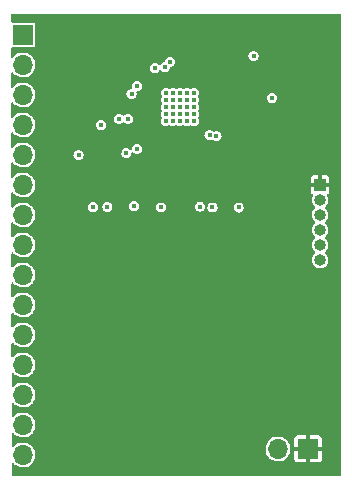
<source format=gbr>
%TF.GenerationSoftware,KiCad,Pcbnew,(6.0.0)*%
%TF.CreationDate,2022-02-12T21:43:18+08:00*%
%TF.ProjectId,esp8266,65737038-3236-4362-9e6b-696361645f70,rev?*%
%TF.SameCoordinates,Original*%
%TF.FileFunction,Copper,L3,Inr*%
%TF.FilePolarity,Positive*%
%FSLAX46Y46*%
G04 Gerber Fmt 4.6, Leading zero omitted, Abs format (unit mm)*
G04 Created by KiCad (PCBNEW (6.0.0)) date 2022-02-12 21:43:18*
%MOMM*%
%LPD*%
G01*
G04 APERTURE LIST*
%TA.AperFunction,ComponentPad*%
%ADD10R,1.700000X1.700000*%
%TD*%
%TA.AperFunction,ComponentPad*%
%ADD11O,1.700000X1.700000*%
%TD*%
%TA.AperFunction,ComponentPad*%
%ADD12R,1.000000X1.000000*%
%TD*%
%TA.AperFunction,ComponentPad*%
%ADD13O,1.000000X1.000000*%
%TD*%
%TA.AperFunction,ViaPad*%
%ADD14C,0.450000*%
%TD*%
G04 APERTURE END LIST*
D10*
%TO.N,/ADC_IN*%
%TO.C,J4*%
X118364000Y-113284000D03*
D11*
%TO.N,/CHIP_PU*%
X118364000Y-115824000D03*
%TO.N,/GPIO16*%
X118364000Y-118364000D03*
%TO.N,/MTMS*%
X118364000Y-120904000D03*
%TO.N,/GPIO2*%
X118364000Y-123444000D03*
%TO.N,/GPIO0*%
X118364000Y-125984000D03*
%TO.N,/GPIO4*%
X118364000Y-128524000D03*
%TO.N,/SD2{slash}GPIO9*%
X118364000Y-131064000D03*
%TO.N,/SD3{slash}CS*%
X118364000Y-133604000D03*
%TO.N,/CMD{slash}MOSI*%
X118364000Y-136144000D03*
%TO.N,/SCLK*%
X118364000Y-138684000D03*
%TO.N,/SD0{slash}MISO*%
X118364000Y-141224000D03*
%TO.N,/SD1{slash}INT*%
X118364000Y-143764000D03*
%TO.N,/GPIO5*%
X118364000Y-146304000D03*
%TO.N,unconnected-(J4-Pad15)*%
X118364000Y-148844000D03*
%TD*%
D12*
%TO.N,+3V3*%
%TO.C,J2*%
X143510000Y-125984000D03*
D13*
%TO.N,GND*%
X143510000Y-127254000D03*
%TO.N,/RST*%
X143510000Y-128524000D03*
%TO.N,/GPIO0*%
X143510000Y-129794000D03*
%TO.N,/TXD*%
X143510000Y-131064000D03*
%TO.N,/RXD*%
X143510000Y-132334000D03*
%TD*%
D10*
%TO.N,+3V3*%
%TO.C,J1*%
X142494000Y-148336000D03*
D11*
%TO.N,GND*%
X139954000Y-148336000D03*
%TD*%
D14*
%TO.N,+3V3*%
X122511816Y-115158389D03*
X129963353Y-113099496D03*
X140076500Y-117894232D03*
X135532897Y-128264023D03*
X132195647Y-128153270D03*
X130556000Y-132179500D03*
X134158924Y-116950881D03*
X128243907Y-118504500D03*
X128932739Y-128074200D03*
X136098000Y-118824000D03*
X129794000Y-132179500D03*
X126341843Y-130622992D03*
X131318000Y-132179500D03*
X123936850Y-123472882D03*
X129301480Y-121824344D03*
X131892000Y-115635994D03*
%TO.N,GND*%
X131042000Y-118780000D03*
X132242000Y-120580000D03*
X132842000Y-119380000D03*
X132842000Y-119980000D03*
X132842000Y-118780000D03*
X131642000Y-120580000D03*
X131642000Y-119380000D03*
X132242000Y-119380000D03*
X132242000Y-119980000D03*
X132842000Y-120580000D03*
X130442000Y-119380000D03*
X131042000Y-119380000D03*
X132242000Y-118780000D03*
X132242000Y-118180000D03*
X130442000Y-119980000D03*
X131042000Y-118180000D03*
X132842000Y-118180000D03*
X126492000Y-120396000D03*
X131042000Y-120580000D03*
X137882000Y-115072204D03*
X127254000Y-120396000D03*
X131642000Y-118780000D03*
X131042000Y-119980000D03*
X131642000Y-118180000D03*
X131642000Y-119980000D03*
X130442000Y-118780000D03*
X130442000Y-118180000D03*
X130442000Y-120580000D03*
%TO.N,/RST*%
X136618467Y-127895637D03*
X139446000Y-118618000D03*
%TO.N,/GPIO16*%
X129540000Y-116078000D03*
X130060572Y-127885176D03*
%TO.N,/TXD*%
X134402665Y-127889523D03*
X134740800Y-121855775D03*
%TO.N,/RXD*%
X134156177Y-121780340D03*
X133350000Y-127822500D03*
%TO.N,/GPIO0*%
X127762000Y-127762000D03*
X128016000Y-122936000D03*
%TO.N,/ADC_IN*%
X130810000Y-115570000D03*
%TO.N,/CHIP_PU*%
X130392000Y-115988000D03*
%TO.N,/GPIO2*%
X127116188Y-123306188D03*
X125506591Y-127869952D03*
%TO.N,/MTMS*%
X128016000Y-117602000D03*
%TO.N,/MTDI*%
X124970000Y-120904000D03*
X127553583Y-118275572D03*
%TO.N,/MTDO*%
X124309057Y-127860523D03*
X123065000Y-123444000D03*
%TD*%
%TA.AperFunction,Conductor*%
%TO.N,+3V3*%
G36*
X145247165Y-111518921D02*
G01*
X145283147Y-111568409D01*
X145288003Y-111599029D01*
X145288329Y-124102977D01*
X145289016Y-150500997D01*
X145270110Y-150559189D01*
X145220611Y-150595154D01*
X145190016Y-150600000D01*
X117499873Y-150600000D01*
X117441682Y-150581093D01*
X117405718Y-150531593D01*
X117400873Y-150501129D01*
X117399701Y-149603074D01*
X117418532Y-149544859D01*
X117467985Y-149508830D01*
X117529171Y-149508751D01*
X117576286Y-149541451D01*
X117601670Y-149573477D01*
X117601674Y-149573481D01*
X117604677Y-149577270D01*
X117608357Y-149580402D01*
X117608359Y-149580404D01*
X117721017Y-149676283D01*
X117761564Y-149710791D01*
X117765787Y-149713151D01*
X117765791Y-149713154D01*
X117805342Y-149735258D01*
X117941398Y-149811297D01*
X117945996Y-149812791D01*
X118132724Y-149873463D01*
X118132726Y-149873464D01*
X118137329Y-149874959D01*
X118341894Y-149899351D01*
X118346716Y-149898980D01*
X118346719Y-149898980D01*
X118414541Y-149893761D01*
X118547300Y-149883546D01*
X118745725Y-149828145D01*
X118750038Y-149825966D01*
X118750044Y-149825964D01*
X118925289Y-149737441D01*
X118925291Y-149737440D01*
X118929610Y-149735258D01*
X118964943Y-149707653D01*
X119088135Y-149611406D01*
X119088139Y-149611402D01*
X119091951Y-149608424D01*
X119226564Y-149452472D01*
X119228957Y-149448260D01*
X119325934Y-149277550D01*
X119325935Y-149277547D01*
X119328323Y-149273344D01*
X119331592Y-149263519D01*
X119391824Y-149082454D01*
X119391824Y-149082452D01*
X119393351Y-149077863D01*
X119419171Y-148873474D01*
X119419583Y-148844000D01*
X119418138Y-148829262D01*
X119399952Y-148643780D01*
X119399951Y-148643776D01*
X119399480Y-148638970D01*
X119339935Y-148441749D01*
X119275872Y-148321262D01*
X138898520Y-148321262D01*
X138898925Y-148326082D01*
X138912354Y-148486000D01*
X138915759Y-148526553D01*
X138972544Y-148724586D01*
X139066712Y-148907818D01*
X139194677Y-149069270D01*
X139198357Y-149072402D01*
X139198359Y-149072404D01*
X139311017Y-149168283D01*
X139351564Y-149202791D01*
X139355787Y-149205151D01*
X139355791Y-149205154D01*
X139459331Y-149263020D01*
X139531398Y-149303297D01*
X139535996Y-149304791D01*
X139722724Y-149365463D01*
X139722726Y-149365464D01*
X139727329Y-149366959D01*
X139931894Y-149391351D01*
X139936716Y-149390980D01*
X139936719Y-149390980D01*
X140004541Y-149385761D01*
X140137300Y-149375546D01*
X140335725Y-149320145D01*
X140340038Y-149317966D01*
X140340044Y-149317964D01*
X140515289Y-149229441D01*
X140515291Y-149229440D01*
X140518856Y-149227639D01*
X141344000Y-149227639D01*
X141344346Y-149233485D01*
X141346234Y-149249353D01*
X141350128Y-149263519D01*
X141388770Y-149350514D01*
X141398946Y-149365321D01*
X141465108Y-149431367D01*
X141479931Y-149441517D01*
X141566980Y-149480000D01*
X141581185Y-149483873D01*
X141596580Y-149485668D01*
X141602292Y-149486000D01*
X142328320Y-149486000D01*
X142341005Y-149481878D01*
X142344000Y-149477757D01*
X142344000Y-149470320D01*
X142644000Y-149470320D01*
X142648122Y-149483005D01*
X142652243Y-149486000D01*
X143385639Y-149486000D01*
X143391485Y-149485654D01*
X143407353Y-149483766D01*
X143421519Y-149479872D01*
X143508514Y-149441230D01*
X143523321Y-149431054D01*
X143589367Y-149364892D01*
X143599517Y-149350069D01*
X143638000Y-149263020D01*
X143641873Y-149248815D01*
X143643668Y-149233420D01*
X143644000Y-149227708D01*
X143644000Y-148501680D01*
X143639878Y-148488995D01*
X143635757Y-148486000D01*
X142659680Y-148486000D01*
X142646995Y-148490122D01*
X142644000Y-148494243D01*
X142644000Y-149470320D01*
X142344000Y-149470320D01*
X142344000Y-148501680D01*
X142339878Y-148488995D01*
X142335757Y-148486000D01*
X141359680Y-148486000D01*
X141346995Y-148490122D01*
X141344000Y-148494243D01*
X141344000Y-149227639D01*
X140518856Y-149227639D01*
X140519610Y-149227258D01*
X140554943Y-149199653D01*
X140678135Y-149103406D01*
X140678139Y-149103402D01*
X140681951Y-149100424D01*
X140697463Y-149082454D01*
X140741313Y-149031651D01*
X140816564Y-148944472D01*
X140835231Y-148911613D01*
X140915934Y-148769550D01*
X140915935Y-148769547D01*
X140918323Y-148765344D01*
X140931882Y-148724586D01*
X140981824Y-148574454D01*
X140981824Y-148574452D01*
X140983351Y-148569863D01*
X140991965Y-148501680D01*
X141008823Y-148368228D01*
X141009171Y-148365474D01*
X141009583Y-148336000D01*
X141002536Y-148264126D01*
X140993339Y-148170320D01*
X141344000Y-148170320D01*
X141348122Y-148183005D01*
X141352243Y-148186000D01*
X142328320Y-148186000D01*
X142341005Y-148181878D01*
X142344000Y-148177757D01*
X142344000Y-148170320D01*
X142644000Y-148170320D01*
X142648122Y-148183005D01*
X142652243Y-148186000D01*
X143628320Y-148186000D01*
X143641005Y-148181878D01*
X143644000Y-148177757D01*
X143644000Y-147444361D01*
X143643654Y-147438515D01*
X143641766Y-147422647D01*
X143637872Y-147408481D01*
X143599230Y-147321486D01*
X143589054Y-147306679D01*
X143522892Y-147240633D01*
X143508069Y-147230483D01*
X143421020Y-147192000D01*
X143406815Y-147188127D01*
X143391420Y-147186332D01*
X143385708Y-147186000D01*
X142659680Y-147186000D01*
X142646995Y-147190122D01*
X142644000Y-147194243D01*
X142644000Y-148170320D01*
X142344000Y-148170320D01*
X142344000Y-147201680D01*
X142339878Y-147188995D01*
X142335757Y-147186000D01*
X141602361Y-147186000D01*
X141596515Y-147186346D01*
X141580647Y-147188234D01*
X141566481Y-147192128D01*
X141479486Y-147230770D01*
X141464679Y-147240946D01*
X141398633Y-147307108D01*
X141388483Y-147321931D01*
X141350000Y-147408980D01*
X141346127Y-147423185D01*
X141344332Y-147438580D01*
X141344000Y-147444292D01*
X141344000Y-148170320D01*
X140993339Y-148170320D01*
X140989952Y-148135780D01*
X140989951Y-148135776D01*
X140989480Y-148130970D01*
X140979259Y-148097115D01*
X140931333Y-147938380D01*
X140929935Y-147933749D01*
X140833218Y-147751849D01*
X140703011Y-147592200D01*
X140544275Y-147460882D01*
X140363055Y-147362897D01*
X140267969Y-147333463D01*
X140170875Y-147303407D01*
X140170871Y-147303406D01*
X140166254Y-147301977D01*
X140161446Y-147301472D01*
X140161443Y-147301471D01*
X139966185Y-147280949D01*
X139966183Y-147280949D01*
X139961369Y-147280443D01*
X139901354Y-147285905D01*
X139761022Y-147298675D01*
X139761017Y-147298676D01*
X139756203Y-147299114D01*
X139558572Y-147357280D01*
X139554288Y-147359519D01*
X139554287Y-147359520D01*
X139543428Y-147365197D01*
X139376002Y-147452726D01*
X139372231Y-147455758D01*
X139219220Y-147578781D01*
X139219217Y-147578783D01*
X139215447Y-147581815D01*
X139212333Y-147585526D01*
X139212332Y-147585527D01*
X139203585Y-147595952D01*
X139083024Y-147739630D01*
X139080689Y-147743878D01*
X139080688Y-147743879D01*
X139073955Y-147756126D01*
X138983776Y-147920162D01*
X138982313Y-147924775D01*
X138982311Y-147924779D01*
X138969051Y-147966581D01*
X138921484Y-148116532D01*
X138920944Y-148121344D01*
X138920944Y-148121345D01*
X138905409Y-148259849D01*
X138898520Y-148321262D01*
X119275872Y-148321262D01*
X119243218Y-148259849D01*
X119113011Y-148100200D01*
X118954275Y-147968882D01*
X118773055Y-147870897D01*
X118709855Y-147851333D01*
X118580875Y-147811407D01*
X118580871Y-147811406D01*
X118576254Y-147809977D01*
X118571446Y-147809472D01*
X118571443Y-147809471D01*
X118376185Y-147788949D01*
X118376183Y-147788949D01*
X118371369Y-147788443D01*
X118311354Y-147793905D01*
X118171022Y-147806675D01*
X118171017Y-147806676D01*
X118166203Y-147807114D01*
X117968572Y-147865280D01*
X117964288Y-147867519D01*
X117964287Y-147867520D01*
X117953428Y-147873197D01*
X117786002Y-147960726D01*
X117782231Y-147963758D01*
X117629220Y-148086781D01*
X117629217Y-148086783D01*
X117625447Y-148089815D01*
X117622333Y-148093526D01*
X117622332Y-148093527D01*
X117572564Y-148152838D01*
X117520676Y-148185261D01*
X117459640Y-148180993D01*
X117412769Y-148141664D01*
X117397726Y-148089331D01*
X117396382Y-147058886D01*
X117415213Y-147000671D01*
X117464667Y-146964642D01*
X117525852Y-146964563D01*
X117572968Y-146997264D01*
X117601671Y-147033479D01*
X117601678Y-147033486D01*
X117604677Y-147037270D01*
X117608357Y-147040402D01*
X117608359Y-147040404D01*
X117721017Y-147136283D01*
X117761564Y-147170791D01*
X117765787Y-147173151D01*
X117765791Y-147173154D01*
X117882702Y-147238493D01*
X117941398Y-147271297D01*
X117945996Y-147272791D01*
X118132724Y-147333463D01*
X118132726Y-147333464D01*
X118137329Y-147334959D01*
X118341894Y-147359351D01*
X118346716Y-147358980D01*
X118346719Y-147358980D01*
X118414541Y-147353761D01*
X118547300Y-147343546D01*
X118745725Y-147288145D01*
X118750038Y-147285966D01*
X118750044Y-147285964D01*
X118925289Y-147197441D01*
X118925291Y-147197440D01*
X118929610Y-147195258D01*
X118936184Y-147190122D01*
X119088135Y-147071406D01*
X119088139Y-147071402D01*
X119091951Y-147068424D01*
X119122115Y-147033479D01*
X119181532Y-146964642D01*
X119226564Y-146912472D01*
X119228957Y-146908260D01*
X119325934Y-146737550D01*
X119325935Y-146737547D01*
X119328323Y-146733344D01*
X119341882Y-146692586D01*
X119391824Y-146542454D01*
X119391824Y-146542452D01*
X119393351Y-146537863D01*
X119419171Y-146333474D01*
X119419583Y-146304000D01*
X119399480Y-146098970D01*
X119339935Y-145901749D01*
X119243218Y-145719849D01*
X119113011Y-145560200D01*
X118954275Y-145428882D01*
X118773055Y-145330897D01*
X118709855Y-145311333D01*
X118580875Y-145271407D01*
X118580871Y-145271406D01*
X118576254Y-145269977D01*
X118571446Y-145269472D01*
X118571443Y-145269471D01*
X118376185Y-145248949D01*
X118376183Y-145248949D01*
X118371369Y-145248443D01*
X118311354Y-145253905D01*
X118171022Y-145266675D01*
X118171017Y-145266676D01*
X118166203Y-145267114D01*
X117968572Y-145325280D01*
X117964288Y-145327519D01*
X117964287Y-145327520D01*
X117953428Y-145333197D01*
X117786002Y-145420726D01*
X117782231Y-145423758D01*
X117629220Y-145546781D01*
X117629217Y-145546783D01*
X117625447Y-145549815D01*
X117578633Y-145605606D01*
X117569255Y-145616782D01*
X117517367Y-145649204D01*
X117456330Y-145644936D01*
X117409460Y-145605606D01*
X117394417Y-145553274D01*
X117394123Y-145327520D01*
X117393062Y-144514697D01*
X117411893Y-144456482D01*
X117461347Y-144420453D01*
X117522532Y-144420374D01*
X117569648Y-144453075D01*
X117601671Y-144493479D01*
X117601678Y-144493486D01*
X117604677Y-144497270D01*
X117608357Y-144500402D01*
X117608359Y-144500404D01*
X117721017Y-144596283D01*
X117761564Y-144630791D01*
X117765787Y-144633151D01*
X117765791Y-144633154D01*
X117805342Y-144655258D01*
X117941398Y-144731297D01*
X117945996Y-144732791D01*
X118132724Y-144793463D01*
X118132726Y-144793464D01*
X118137329Y-144794959D01*
X118341894Y-144819351D01*
X118346716Y-144818980D01*
X118346719Y-144818980D01*
X118414541Y-144813761D01*
X118547300Y-144803546D01*
X118745725Y-144748145D01*
X118750038Y-144745966D01*
X118750044Y-144745964D01*
X118925289Y-144657441D01*
X118925291Y-144657440D01*
X118929610Y-144655258D01*
X118964943Y-144627653D01*
X119088135Y-144531406D01*
X119088139Y-144531402D01*
X119091951Y-144528424D01*
X119122115Y-144493479D01*
X119185216Y-144420374D01*
X119226564Y-144372472D01*
X119228957Y-144368260D01*
X119325934Y-144197550D01*
X119325935Y-144197547D01*
X119328323Y-144193344D01*
X119341882Y-144152586D01*
X119391824Y-144002454D01*
X119391824Y-144002452D01*
X119393351Y-143997863D01*
X119419171Y-143793474D01*
X119419583Y-143764000D01*
X119399480Y-143558970D01*
X119339935Y-143361749D01*
X119243218Y-143179849D01*
X119113011Y-143020200D01*
X118954275Y-142888882D01*
X118773055Y-142790897D01*
X118709855Y-142771333D01*
X118580875Y-142731407D01*
X118580871Y-142731406D01*
X118576254Y-142729977D01*
X118571446Y-142729472D01*
X118571443Y-142729471D01*
X118376185Y-142708949D01*
X118376183Y-142708949D01*
X118371369Y-142708443D01*
X118311354Y-142713905D01*
X118171022Y-142726675D01*
X118171017Y-142726676D01*
X118166203Y-142727114D01*
X117968572Y-142785280D01*
X117964288Y-142787519D01*
X117964287Y-142787520D01*
X117953428Y-142793197D01*
X117786002Y-142880726D01*
X117782231Y-142883758D01*
X117629220Y-143006781D01*
X117629217Y-143006783D01*
X117625447Y-143009815D01*
X117622333Y-143013526D01*
X117622332Y-143013527D01*
X117565946Y-143080725D01*
X117514058Y-143113148D01*
X117453022Y-143108880D01*
X117406151Y-143069551D01*
X117391108Y-143017218D01*
X117391095Y-143006781D01*
X117390145Y-142278778D01*
X117389743Y-141970509D01*
X117408574Y-141912294D01*
X117458028Y-141876265D01*
X117519213Y-141876186D01*
X117566329Y-141908887D01*
X117569030Y-141912294D01*
X117604677Y-141957270D01*
X117608357Y-141960402D01*
X117608359Y-141960404D01*
X117721017Y-142056283D01*
X117761564Y-142090791D01*
X117765787Y-142093151D01*
X117765791Y-142093154D01*
X117805342Y-142115258D01*
X117941398Y-142191297D01*
X117945996Y-142192791D01*
X118132724Y-142253463D01*
X118132726Y-142253464D01*
X118137329Y-142254959D01*
X118341894Y-142279351D01*
X118346716Y-142278980D01*
X118346719Y-142278980D01*
X118414541Y-142273761D01*
X118547300Y-142263546D01*
X118745725Y-142208145D01*
X118750038Y-142205966D01*
X118750044Y-142205964D01*
X118925289Y-142117441D01*
X118925291Y-142117440D01*
X118929610Y-142115258D01*
X118964943Y-142087653D01*
X119088135Y-141991406D01*
X119088139Y-141991402D01*
X119091951Y-141988424D01*
X119122115Y-141953479D01*
X119188831Y-141876186D01*
X119226564Y-141832472D01*
X119228957Y-141828260D01*
X119325934Y-141657550D01*
X119325935Y-141657547D01*
X119328323Y-141653344D01*
X119341882Y-141612586D01*
X119391824Y-141462454D01*
X119391824Y-141462452D01*
X119393351Y-141457863D01*
X119419171Y-141253474D01*
X119419583Y-141224000D01*
X119399480Y-141018970D01*
X119339935Y-140821749D01*
X119243218Y-140639849D01*
X119113011Y-140480200D01*
X118954275Y-140348882D01*
X118773055Y-140250897D01*
X118709855Y-140231333D01*
X118580875Y-140191407D01*
X118580871Y-140191406D01*
X118576254Y-140189977D01*
X118571446Y-140189472D01*
X118571443Y-140189471D01*
X118376185Y-140168949D01*
X118376183Y-140168949D01*
X118371369Y-140168443D01*
X118311354Y-140173905D01*
X118171022Y-140186675D01*
X118171017Y-140186676D01*
X118166203Y-140187114D01*
X117968572Y-140245280D01*
X117964288Y-140247519D01*
X117964287Y-140247520D01*
X117953428Y-140253197D01*
X117786002Y-140340726D01*
X117782231Y-140343758D01*
X117629220Y-140466781D01*
X117629217Y-140466783D01*
X117625447Y-140469815D01*
X117622333Y-140473526D01*
X117622332Y-140473527D01*
X117562638Y-140544668D01*
X117510750Y-140577091D01*
X117449714Y-140572823D01*
X117402843Y-140533494D01*
X117387800Y-140481161D01*
X117386423Y-139426321D01*
X117405254Y-139368106D01*
X117454707Y-139332077D01*
X117515893Y-139331998D01*
X117563009Y-139364698D01*
X117604677Y-139417270D01*
X117608357Y-139420402D01*
X117608359Y-139420404D01*
X117721017Y-139516283D01*
X117761564Y-139550791D01*
X117765787Y-139553151D01*
X117765791Y-139553154D01*
X117805342Y-139575258D01*
X117941398Y-139651297D01*
X117945996Y-139652791D01*
X118132724Y-139713463D01*
X118132726Y-139713464D01*
X118137329Y-139714959D01*
X118341894Y-139739351D01*
X118346716Y-139738980D01*
X118346719Y-139738980D01*
X118414541Y-139733761D01*
X118547300Y-139723546D01*
X118745725Y-139668145D01*
X118750038Y-139665966D01*
X118750044Y-139665964D01*
X118925289Y-139577441D01*
X118925291Y-139577440D01*
X118929610Y-139575258D01*
X118964943Y-139547653D01*
X119088135Y-139451406D01*
X119088139Y-139451402D01*
X119091951Y-139448424D01*
X119226564Y-139292472D01*
X119228957Y-139288260D01*
X119325934Y-139117550D01*
X119325935Y-139117547D01*
X119328323Y-139113344D01*
X119341882Y-139072586D01*
X119391824Y-138922454D01*
X119391824Y-138922452D01*
X119393351Y-138917863D01*
X119419171Y-138713474D01*
X119419583Y-138684000D01*
X119399480Y-138478970D01*
X119339935Y-138281749D01*
X119243218Y-138099849D01*
X119113011Y-137940200D01*
X118954275Y-137808882D01*
X118773055Y-137710897D01*
X118709855Y-137691333D01*
X118580875Y-137651407D01*
X118580871Y-137651406D01*
X118576254Y-137649977D01*
X118571446Y-137649472D01*
X118571443Y-137649471D01*
X118376185Y-137628949D01*
X118376183Y-137628949D01*
X118371369Y-137628443D01*
X118311354Y-137633905D01*
X118171022Y-137646675D01*
X118171017Y-137646676D01*
X118166203Y-137647114D01*
X117968572Y-137705280D01*
X117964288Y-137707519D01*
X117964287Y-137707520D01*
X117953428Y-137713197D01*
X117786002Y-137800726D01*
X117782231Y-137803758D01*
X117629220Y-137926781D01*
X117629217Y-137926783D01*
X117625447Y-137929815D01*
X117622333Y-137933526D01*
X117622332Y-137933527D01*
X117559328Y-138008612D01*
X117507440Y-138041035D01*
X117446404Y-138036767D01*
X117399533Y-137997438D01*
X117384491Y-137945107D01*
X117383495Y-137182244D01*
X117383104Y-136882133D01*
X117401936Y-136823918D01*
X117451389Y-136787889D01*
X117512574Y-136787810D01*
X117559690Y-136820511D01*
X117601671Y-136873479D01*
X117601678Y-136873486D01*
X117604677Y-136877270D01*
X117608357Y-136880402D01*
X117608359Y-136880404D01*
X117721017Y-136976283D01*
X117761564Y-137010791D01*
X117765787Y-137013151D01*
X117765791Y-137013154D01*
X117805342Y-137035258D01*
X117941398Y-137111297D01*
X117945996Y-137112791D01*
X118132724Y-137173463D01*
X118132726Y-137173464D01*
X118137329Y-137174959D01*
X118341894Y-137199351D01*
X118346716Y-137198980D01*
X118346719Y-137198980D01*
X118414541Y-137193761D01*
X118547300Y-137183546D01*
X118745725Y-137128145D01*
X118750038Y-137125966D01*
X118750044Y-137125964D01*
X118925289Y-137037441D01*
X118925291Y-137037440D01*
X118929610Y-137035258D01*
X118964943Y-137007653D01*
X119088135Y-136911406D01*
X119088139Y-136911402D01*
X119091951Y-136908424D01*
X119122115Y-136873479D01*
X119196061Y-136787810D01*
X119226564Y-136752472D01*
X119228957Y-136748260D01*
X119325934Y-136577550D01*
X119325935Y-136577547D01*
X119328323Y-136573344D01*
X119341882Y-136532586D01*
X119391824Y-136382454D01*
X119391824Y-136382452D01*
X119393351Y-136377863D01*
X119419171Y-136173474D01*
X119419583Y-136144000D01*
X119399480Y-135938970D01*
X119339935Y-135741749D01*
X119243218Y-135559849D01*
X119113011Y-135400200D01*
X118954275Y-135268882D01*
X118773055Y-135170897D01*
X118709855Y-135151333D01*
X118580875Y-135111407D01*
X118580871Y-135111406D01*
X118576254Y-135109977D01*
X118571446Y-135109472D01*
X118571443Y-135109471D01*
X118376185Y-135088949D01*
X118376183Y-135088949D01*
X118371369Y-135088443D01*
X118311354Y-135093905D01*
X118171022Y-135106675D01*
X118171017Y-135106676D01*
X118166203Y-135107114D01*
X117968572Y-135165280D01*
X117964288Y-135167519D01*
X117964287Y-135167520D01*
X117953428Y-135173197D01*
X117786002Y-135260726D01*
X117782231Y-135263758D01*
X117629220Y-135386781D01*
X117629217Y-135386783D01*
X117625447Y-135389815D01*
X117622333Y-135393526D01*
X117622332Y-135393527D01*
X117556020Y-135472555D01*
X117504132Y-135504978D01*
X117443096Y-135500710D01*
X117396225Y-135461381D01*
X117381182Y-135409048D01*
X117380091Y-134572791D01*
X117379784Y-134337944D01*
X117398615Y-134279730D01*
X117448068Y-134243701D01*
X117509254Y-134243622D01*
X117556371Y-134276322D01*
X117604677Y-134337270D01*
X117608357Y-134340402D01*
X117608359Y-134340404D01*
X117721017Y-134436283D01*
X117761564Y-134470791D01*
X117765787Y-134473151D01*
X117765791Y-134473154D01*
X117805342Y-134495258D01*
X117941398Y-134571297D01*
X117945996Y-134572791D01*
X118132724Y-134633463D01*
X118132726Y-134633464D01*
X118137329Y-134634959D01*
X118341894Y-134659351D01*
X118346716Y-134658980D01*
X118346719Y-134658980D01*
X118414541Y-134653761D01*
X118547300Y-134643546D01*
X118745725Y-134588145D01*
X118750038Y-134585966D01*
X118750044Y-134585964D01*
X118925289Y-134497441D01*
X118925291Y-134497440D01*
X118929610Y-134495258D01*
X118964943Y-134467653D01*
X119088135Y-134371406D01*
X119088139Y-134371402D01*
X119091951Y-134368424D01*
X119118261Y-134337944D01*
X119168509Y-134279730D01*
X119226564Y-134212472D01*
X119228957Y-134208260D01*
X119325934Y-134037550D01*
X119325935Y-134037547D01*
X119328323Y-134033344D01*
X119341882Y-133992586D01*
X119391824Y-133842454D01*
X119391824Y-133842452D01*
X119393351Y-133837863D01*
X119419171Y-133633474D01*
X119419583Y-133604000D01*
X119399480Y-133398970D01*
X119339935Y-133201749D01*
X119243218Y-133019849D01*
X119113011Y-132860200D01*
X119054305Y-132811634D01*
X118958002Y-132731965D01*
X118958000Y-132731964D01*
X118954275Y-132728882D01*
X118773055Y-132630897D01*
X118709855Y-132611333D01*
X118580875Y-132571407D01*
X118580871Y-132571406D01*
X118576254Y-132569977D01*
X118571446Y-132569472D01*
X118571443Y-132569471D01*
X118376185Y-132548949D01*
X118376183Y-132548949D01*
X118371369Y-132548443D01*
X118311354Y-132553905D01*
X118171022Y-132566675D01*
X118171017Y-132566676D01*
X118166203Y-132567114D01*
X117968572Y-132625280D01*
X117964288Y-132627519D01*
X117964287Y-132627520D01*
X117953428Y-132633197D01*
X117786002Y-132720726D01*
X117782231Y-132723758D01*
X117629220Y-132846781D01*
X117629217Y-132846783D01*
X117625447Y-132849815D01*
X117622333Y-132853526D01*
X117622332Y-132853527D01*
X117552711Y-132936498D01*
X117500823Y-132968921D01*
X117439787Y-132964653D01*
X117392916Y-132925324D01*
X117377873Y-132872991D01*
X117376465Y-131793757D01*
X117395296Y-131735542D01*
X117444750Y-131699513D01*
X117505935Y-131699434D01*
X117553051Y-131732134D01*
X117604677Y-131797270D01*
X117608357Y-131800402D01*
X117608359Y-131800404D01*
X117687020Y-131867349D01*
X117761564Y-131930791D01*
X117765787Y-131933151D01*
X117765791Y-131933154D01*
X117805342Y-131955258D01*
X117941398Y-132031297D01*
X117945996Y-132032791D01*
X118132724Y-132093463D01*
X118132726Y-132093464D01*
X118137329Y-132094959D01*
X118341894Y-132119351D01*
X118346716Y-132118980D01*
X118346719Y-132118980D01*
X118414541Y-132113761D01*
X118547300Y-132103546D01*
X118745725Y-132048145D01*
X118750038Y-132045966D01*
X118750044Y-132045964D01*
X118925289Y-131957441D01*
X118925291Y-131957440D01*
X118929610Y-131955258D01*
X118964943Y-131927653D01*
X119088135Y-131831406D01*
X119088139Y-131831402D01*
X119091951Y-131828424D01*
X119121875Y-131793757D01*
X119155708Y-131754560D01*
X119226564Y-131672472D01*
X119228957Y-131668260D01*
X119325934Y-131497550D01*
X119325935Y-131497547D01*
X119328323Y-131493344D01*
X119341882Y-131452586D01*
X119391824Y-131302454D01*
X119391824Y-131302452D01*
X119393351Y-131297863D01*
X119419171Y-131093474D01*
X119419583Y-131064000D01*
X119403660Y-130901602D01*
X119399952Y-130863780D01*
X119399951Y-130863776D01*
X119399480Y-130858970D01*
X119339935Y-130661749D01*
X119243218Y-130479849D01*
X119113011Y-130320200D01*
X119054305Y-130271634D01*
X118958002Y-130191965D01*
X118958000Y-130191964D01*
X118954275Y-130188882D01*
X118773055Y-130090897D01*
X118709855Y-130071333D01*
X118580875Y-130031407D01*
X118580871Y-130031406D01*
X118576254Y-130029977D01*
X118571446Y-130029472D01*
X118571443Y-130029471D01*
X118376185Y-130008949D01*
X118376183Y-130008949D01*
X118371369Y-130008443D01*
X118311354Y-130013905D01*
X118171022Y-130026675D01*
X118171017Y-130026676D01*
X118166203Y-130027114D01*
X117968572Y-130085280D01*
X117964288Y-130087519D01*
X117964287Y-130087520D01*
X117953428Y-130093197D01*
X117786002Y-130180726D01*
X117782231Y-130183758D01*
X117629220Y-130306781D01*
X117629217Y-130306783D01*
X117625447Y-130309815D01*
X117622333Y-130313526D01*
X117622332Y-130313527D01*
X117592626Y-130348929D01*
X117575625Y-130369191D01*
X117549402Y-130400442D01*
X117497514Y-130432865D01*
X117436478Y-130428597D01*
X117389607Y-130389268D01*
X117374564Y-130336935D01*
X117373146Y-129249569D01*
X117391978Y-129191354D01*
X117441431Y-129155325D01*
X117502616Y-129155246D01*
X117549732Y-129187947D01*
X117601671Y-129253479D01*
X117601678Y-129253486D01*
X117604677Y-129257270D01*
X117608357Y-129260402D01*
X117608359Y-129260404D01*
X117687020Y-129327349D01*
X117761564Y-129390791D01*
X117765787Y-129393151D01*
X117765791Y-129393154D01*
X117805342Y-129415258D01*
X117941398Y-129491297D01*
X117945996Y-129492791D01*
X118132724Y-129553463D01*
X118132726Y-129553464D01*
X118137329Y-129554959D01*
X118341894Y-129579351D01*
X118346716Y-129578980D01*
X118346719Y-129578980D01*
X118414541Y-129573761D01*
X118547300Y-129563546D01*
X118745725Y-129508145D01*
X118750038Y-129505966D01*
X118750044Y-129505964D01*
X118925289Y-129417441D01*
X118925291Y-129417440D01*
X118929610Y-129415258D01*
X118964943Y-129387653D01*
X119088135Y-129291406D01*
X119088139Y-129291402D01*
X119091951Y-129288424D01*
X119122115Y-129253479D01*
X119155708Y-129214560D01*
X119226564Y-129132472D01*
X119228957Y-129128260D01*
X119325934Y-128957550D01*
X119325935Y-128957547D01*
X119328323Y-128953344D01*
X119341882Y-128912586D01*
X119391824Y-128762454D01*
X119391824Y-128762452D01*
X119393351Y-128757863D01*
X119419171Y-128553474D01*
X119419583Y-128524000D01*
X119403660Y-128361602D01*
X119399952Y-128323780D01*
X119399951Y-128323776D01*
X119399480Y-128318970D01*
X119392580Y-128296114D01*
X119361020Y-128191585D01*
X119339935Y-128121749D01*
X119243218Y-127939849D01*
X119178521Y-127860523D01*
X123878253Y-127860523D01*
X123899338Y-127993649D01*
X123902874Y-128000588D01*
X123902874Y-128000589D01*
X123943961Y-128081226D01*
X123960529Y-128113743D01*
X124055837Y-128209051D01*
X124062774Y-128212586D01*
X124062776Y-128212587D01*
X124140296Y-128252085D01*
X124175931Y-128270242D01*
X124183625Y-128271461D01*
X124183626Y-128271461D01*
X124301361Y-128290108D01*
X124309057Y-128291327D01*
X124316753Y-128290108D01*
X124434488Y-128271461D01*
X124434489Y-128271461D01*
X124442183Y-128270242D01*
X124477818Y-128252085D01*
X124555338Y-128212587D01*
X124555340Y-128212586D01*
X124562277Y-128209051D01*
X124657585Y-128113743D01*
X124674154Y-128081226D01*
X124715240Y-128000589D01*
X124715240Y-128000588D01*
X124718776Y-127993649D01*
X124738368Y-127869952D01*
X125075787Y-127869952D01*
X125077006Y-127877648D01*
X125095379Y-127993649D01*
X125096872Y-128003078D01*
X125100408Y-128010017D01*
X125100408Y-128010018D01*
X125153259Y-128113743D01*
X125158063Y-128123172D01*
X125253371Y-128218480D01*
X125260308Y-128222015D01*
X125260310Y-128222016D01*
X125357352Y-128271461D01*
X125373465Y-128279671D01*
X125381159Y-128280890D01*
X125381160Y-128280890D01*
X125447058Y-128291327D01*
X125477283Y-128296114D01*
X125498895Y-128299537D01*
X125506591Y-128300756D01*
X125514287Y-128299537D01*
X125535900Y-128296114D01*
X125566124Y-128291327D01*
X125632022Y-128280890D01*
X125632023Y-128280890D01*
X125639717Y-128279671D01*
X125655830Y-128271461D01*
X125752872Y-128222016D01*
X125752874Y-128222015D01*
X125759811Y-128218480D01*
X125855119Y-128123172D01*
X125859924Y-128113743D01*
X125912774Y-128010018D01*
X125912774Y-128010017D01*
X125916310Y-128003078D01*
X125917804Y-127993649D01*
X125936176Y-127877648D01*
X125937395Y-127869952D01*
X125921516Y-127769696D01*
X125920297Y-127762000D01*
X127331196Y-127762000D01*
X127332415Y-127769696D01*
X127350175Y-127881827D01*
X127352281Y-127895126D01*
X127355817Y-127902065D01*
X127355817Y-127902066D01*
X127403365Y-127995383D01*
X127413472Y-128015220D01*
X127508780Y-128110528D01*
X127515717Y-128114063D01*
X127515719Y-128114064D01*
X127621934Y-128168183D01*
X127628874Y-128171719D01*
X127636568Y-128172938D01*
X127636569Y-128172938D01*
X127754304Y-128191585D01*
X127762000Y-128192804D01*
X127769696Y-128191585D01*
X127887431Y-128172938D01*
X127887432Y-128172938D01*
X127895126Y-128171719D01*
X127902066Y-128168183D01*
X128008281Y-128114064D01*
X128008283Y-128114063D01*
X128015220Y-128110528D01*
X128110528Y-128015220D01*
X128120636Y-127995383D01*
X128168183Y-127902066D01*
X128168183Y-127902065D01*
X128171719Y-127895126D01*
X128173295Y-127885176D01*
X129629768Y-127885176D01*
X129630987Y-127892872D01*
X129648048Y-128000589D01*
X129650853Y-128018302D01*
X129654389Y-128025241D01*
X129654389Y-128025242D01*
X129705922Y-128126380D01*
X129712044Y-128138396D01*
X129807352Y-128233704D01*
X129814289Y-128237239D01*
X129814291Y-128237240D01*
X129918051Y-128290108D01*
X129927446Y-128294895D01*
X129935140Y-128296114D01*
X129935141Y-128296114D01*
X130052876Y-128314761D01*
X130060572Y-128315980D01*
X130068268Y-128314761D01*
X130186003Y-128296114D01*
X130186004Y-128296114D01*
X130193698Y-128294895D01*
X130203093Y-128290108D01*
X130306853Y-128237240D01*
X130306855Y-128237239D01*
X130313792Y-128233704D01*
X130409100Y-128138396D01*
X130415223Y-128126380D01*
X130466755Y-128025242D01*
X130466755Y-128025241D01*
X130470291Y-128018302D01*
X130473097Y-128000589D01*
X130490157Y-127892872D01*
X130491376Y-127885176D01*
X130481449Y-127822500D01*
X132919196Y-127822500D01*
X132920415Y-127830196D01*
X132938460Y-127944126D01*
X132940281Y-127955626D01*
X132943817Y-127962565D01*
X132943817Y-127962566D01*
X132992112Y-128057349D01*
X133001472Y-128075720D01*
X133096780Y-128171028D01*
X133103717Y-128174563D01*
X133103719Y-128174564D01*
X133208982Y-128228198D01*
X133216874Y-128232219D01*
X133224568Y-128233438D01*
X133224569Y-128233438D01*
X133342304Y-128252085D01*
X133350000Y-128253304D01*
X133357696Y-128252085D01*
X133475431Y-128233438D01*
X133475432Y-128233438D01*
X133483126Y-128232219D01*
X133491018Y-128228198D01*
X133596281Y-128174564D01*
X133596283Y-128174563D01*
X133603220Y-128171028D01*
X133698528Y-128075720D01*
X133707889Y-128057349D01*
X133756183Y-127962566D01*
X133756183Y-127962565D01*
X133759719Y-127955626D01*
X133761541Y-127944126D01*
X133770189Y-127889523D01*
X133971861Y-127889523D01*
X133973080Y-127897219D01*
X133988628Y-127995383D01*
X133992946Y-128022649D01*
X133996482Y-128029588D01*
X133996482Y-128029589D01*
X134046971Y-128128678D01*
X134054137Y-128142743D01*
X134149445Y-128238051D01*
X134156382Y-128241586D01*
X134156384Y-128241587D01*
X134262599Y-128295706D01*
X134269539Y-128299242D01*
X134277233Y-128300461D01*
X134277234Y-128300461D01*
X134364877Y-128314342D01*
X134394098Y-128318970D01*
X134394969Y-128319108D01*
X134402665Y-128320327D01*
X134410361Y-128319108D01*
X134411233Y-128318970D01*
X134440453Y-128314342D01*
X134528096Y-128300461D01*
X134528097Y-128300461D01*
X134535791Y-128299242D01*
X134542731Y-128295706D01*
X134648946Y-128241587D01*
X134648948Y-128241586D01*
X134655885Y-128238051D01*
X134751193Y-128142743D01*
X134758360Y-128128678D01*
X134808848Y-128029589D01*
X134808848Y-128029588D01*
X134812384Y-128022649D01*
X134816703Y-127995383D01*
X134832250Y-127897219D01*
X134832501Y-127895637D01*
X136187663Y-127895637D01*
X136192730Y-127927630D01*
X136203187Y-127993649D01*
X136208748Y-128028763D01*
X136212284Y-128035702D01*
X136212284Y-128035703D01*
X136264609Y-128138396D01*
X136269939Y-128148857D01*
X136365247Y-128244165D01*
X136372184Y-128247700D01*
X136372186Y-128247701D01*
X136475734Y-128300461D01*
X136485341Y-128305356D01*
X136493035Y-128306575D01*
X136493036Y-128306575D01*
X136610771Y-128325222D01*
X136618467Y-128326441D01*
X136626163Y-128325222D01*
X136743898Y-128306575D01*
X136743899Y-128306575D01*
X136751593Y-128305356D01*
X136761200Y-128300461D01*
X136864748Y-128247701D01*
X136864750Y-128247700D01*
X136871687Y-128244165D01*
X136966995Y-128148857D01*
X136972326Y-128138396D01*
X137024650Y-128035703D01*
X137024650Y-128035702D01*
X137028186Y-128028763D01*
X137033748Y-127993649D01*
X137044204Y-127927630D01*
X137049271Y-127895637D01*
X137028186Y-127762511D01*
X137014215Y-127735092D01*
X136970531Y-127649356D01*
X136970530Y-127649354D01*
X136966995Y-127642417D01*
X136871687Y-127547109D01*
X136864750Y-127543574D01*
X136864748Y-127543573D01*
X136758533Y-127489454D01*
X136758532Y-127489454D01*
X136751593Y-127485918D01*
X136743899Y-127484699D01*
X136743898Y-127484699D01*
X136653843Y-127470436D01*
X136618467Y-127464833D01*
X136583091Y-127470436D01*
X136493036Y-127484699D01*
X136493035Y-127484699D01*
X136485341Y-127485918D01*
X136478402Y-127489454D01*
X136478401Y-127489454D01*
X136372186Y-127543573D01*
X136372184Y-127543574D01*
X136365247Y-127547109D01*
X136269939Y-127642417D01*
X136266404Y-127649354D01*
X136266403Y-127649356D01*
X136222719Y-127735092D01*
X136208748Y-127762511D01*
X136187663Y-127895637D01*
X134832501Y-127895637D01*
X134833469Y-127889523D01*
X134816154Y-127780200D01*
X134813603Y-127764092D01*
X134813603Y-127764091D01*
X134812384Y-127756397D01*
X134797608Y-127727397D01*
X134754729Y-127643242D01*
X134754728Y-127643240D01*
X134751193Y-127636303D01*
X134655885Y-127540995D01*
X134648948Y-127537460D01*
X134648946Y-127537459D01*
X134542731Y-127483340D01*
X134542730Y-127483340D01*
X134535791Y-127479804D01*
X134528097Y-127478585D01*
X134528096Y-127478585D01*
X134439643Y-127464576D01*
X134402665Y-127458719D01*
X134365687Y-127464576D01*
X134277234Y-127478585D01*
X134277233Y-127478585D01*
X134269539Y-127479804D01*
X134262600Y-127483340D01*
X134262599Y-127483340D01*
X134156384Y-127537459D01*
X134156382Y-127537460D01*
X134149445Y-127540995D01*
X134054137Y-127636303D01*
X134050602Y-127643240D01*
X134050601Y-127643242D01*
X134007722Y-127727397D01*
X133992946Y-127756397D01*
X133991727Y-127764091D01*
X133991727Y-127764092D01*
X133989176Y-127780200D01*
X133971861Y-127889523D01*
X133770189Y-127889523D01*
X133779585Y-127830196D01*
X133780804Y-127822500D01*
X133773616Y-127777115D01*
X133760938Y-127697069D01*
X133760938Y-127697068D01*
X133759719Y-127689374D01*
X133737915Y-127646581D01*
X133702064Y-127576219D01*
X133702063Y-127576217D01*
X133698528Y-127569280D01*
X133603220Y-127473972D01*
X133596283Y-127470437D01*
X133596281Y-127470436D01*
X133490066Y-127416317D01*
X133490065Y-127416317D01*
X133483126Y-127412781D01*
X133475432Y-127411562D01*
X133475431Y-127411562D01*
X133357696Y-127392915D01*
X133350000Y-127391696D01*
X133342304Y-127392915D01*
X133224569Y-127411562D01*
X133224568Y-127411562D01*
X133216874Y-127412781D01*
X133209935Y-127416317D01*
X133209934Y-127416317D01*
X133103719Y-127470436D01*
X133103717Y-127470437D01*
X133096780Y-127473972D01*
X133001472Y-127569280D01*
X132997937Y-127576217D01*
X132997936Y-127576219D01*
X132962085Y-127646581D01*
X132940281Y-127689374D01*
X132939062Y-127697068D01*
X132939062Y-127697069D01*
X132926384Y-127777115D01*
X132919196Y-127822500D01*
X130481449Y-127822500D01*
X130470291Y-127752050D01*
X130462534Y-127736826D01*
X130412636Y-127638895D01*
X130412635Y-127638893D01*
X130409100Y-127631956D01*
X130313792Y-127536648D01*
X130306855Y-127533113D01*
X130306853Y-127533112D01*
X130200638Y-127478993D01*
X130200637Y-127478993D01*
X130193698Y-127475457D01*
X130186004Y-127474238D01*
X130186003Y-127474238D01*
X130095714Y-127459938D01*
X130060572Y-127454372D01*
X130025430Y-127459938D01*
X129935141Y-127474238D01*
X129935140Y-127474238D01*
X129927446Y-127475457D01*
X129920507Y-127478993D01*
X129920506Y-127478993D01*
X129814291Y-127533112D01*
X129814289Y-127533113D01*
X129807352Y-127536648D01*
X129712044Y-127631956D01*
X129708509Y-127638893D01*
X129708508Y-127638895D01*
X129658610Y-127736826D01*
X129650853Y-127752050D01*
X129629768Y-127885176D01*
X128173295Y-127885176D01*
X128173826Y-127881827D01*
X128191585Y-127769696D01*
X128192804Y-127762000D01*
X128174524Y-127646581D01*
X128172938Y-127636569D01*
X128172938Y-127636568D01*
X128171719Y-127628874D01*
X128157923Y-127601797D01*
X128114064Y-127515719D01*
X128114063Y-127515717D01*
X128110528Y-127508780D01*
X128015220Y-127413472D01*
X128008283Y-127409937D01*
X128008281Y-127409936D01*
X127902066Y-127355817D01*
X127902065Y-127355817D01*
X127895126Y-127352281D01*
X127887432Y-127351062D01*
X127887431Y-127351062D01*
X127769696Y-127332415D01*
X127762000Y-127331196D01*
X127754304Y-127332415D01*
X127636569Y-127351062D01*
X127636568Y-127351062D01*
X127628874Y-127352281D01*
X127621935Y-127355817D01*
X127621934Y-127355817D01*
X127515719Y-127409936D01*
X127515717Y-127409937D01*
X127508780Y-127413472D01*
X127413472Y-127508780D01*
X127409937Y-127515717D01*
X127409936Y-127515719D01*
X127366077Y-127601797D01*
X127352281Y-127628874D01*
X127351062Y-127636568D01*
X127351062Y-127636569D01*
X127349476Y-127646581D01*
X127331196Y-127762000D01*
X125920297Y-127762000D01*
X125917529Y-127744521D01*
X125917529Y-127744520D01*
X125916310Y-127736826D01*
X125911506Y-127727397D01*
X125858655Y-127623671D01*
X125858654Y-127623669D01*
X125855119Y-127616732D01*
X125759811Y-127521424D01*
X125752874Y-127517889D01*
X125752872Y-127517888D01*
X125646657Y-127463769D01*
X125646656Y-127463769D01*
X125639717Y-127460233D01*
X125632023Y-127459014D01*
X125632022Y-127459014D01*
X125514287Y-127440367D01*
X125506591Y-127439148D01*
X125498895Y-127440367D01*
X125381160Y-127459014D01*
X125381159Y-127459014D01*
X125373465Y-127460233D01*
X125366526Y-127463769D01*
X125366525Y-127463769D01*
X125260310Y-127517888D01*
X125260308Y-127517889D01*
X125253371Y-127521424D01*
X125158063Y-127616732D01*
X125154528Y-127623669D01*
X125154527Y-127623671D01*
X125101676Y-127727397D01*
X125096872Y-127736826D01*
X125095653Y-127744520D01*
X125095653Y-127744521D01*
X125091666Y-127769696D01*
X125075787Y-127869952D01*
X124738368Y-127869952D01*
X124739861Y-127860523D01*
X124730414Y-127800878D01*
X124719995Y-127735092D01*
X124719995Y-127735091D01*
X124718776Y-127727397D01*
X124715240Y-127720457D01*
X124661121Y-127614242D01*
X124661120Y-127614240D01*
X124657585Y-127607303D01*
X124562277Y-127511995D01*
X124555340Y-127508460D01*
X124555338Y-127508459D01*
X124449123Y-127454340D01*
X124449122Y-127454340D01*
X124442183Y-127450804D01*
X124434489Y-127449585D01*
X124434488Y-127449585D01*
X124316753Y-127430938D01*
X124309057Y-127429719D01*
X124301361Y-127430938D01*
X124183626Y-127449585D01*
X124183625Y-127449585D01*
X124175931Y-127450804D01*
X124168992Y-127454340D01*
X124168991Y-127454340D01*
X124062776Y-127508459D01*
X124062774Y-127508460D01*
X124055837Y-127511995D01*
X123960529Y-127607303D01*
X123956994Y-127614240D01*
X123956993Y-127614242D01*
X123902874Y-127720457D01*
X123899338Y-127727397D01*
X123898119Y-127735091D01*
X123898119Y-127735092D01*
X123887700Y-127800878D01*
X123878253Y-127860523D01*
X119178521Y-127860523D01*
X119113011Y-127780200D01*
X119049183Y-127727397D01*
X118958002Y-127651965D01*
X118958000Y-127651964D01*
X118954275Y-127648882D01*
X118773055Y-127550897D01*
X118665170Y-127517501D01*
X118580875Y-127491407D01*
X118580871Y-127491406D01*
X118576254Y-127489977D01*
X118571446Y-127489472D01*
X118571443Y-127489471D01*
X118376185Y-127468949D01*
X118376183Y-127468949D01*
X118371369Y-127468443D01*
X118311354Y-127473905D01*
X118171022Y-127486675D01*
X118171017Y-127486676D01*
X118166203Y-127487114D01*
X117968572Y-127545280D01*
X117964288Y-127547519D01*
X117964287Y-127547520D01*
X117912955Y-127574356D01*
X117786002Y-127640726D01*
X117782231Y-127643758D01*
X117629220Y-127766781D01*
X117629217Y-127766783D01*
X117625447Y-127769815D01*
X117622333Y-127773526D01*
X117622332Y-127773527D01*
X117546093Y-127864385D01*
X117494205Y-127896808D01*
X117433169Y-127892540D01*
X117386298Y-127853211D01*
X117371255Y-127800878D01*
X117371214Y-127769696D01*
X117369826Y-126705378D01*
X117388656Y-126647165D01*
X117438109Y-126611136D01*
X117499295Y-126611057D01*
X117546410Y-126643757D01*
X117601670Y-126713477D01*
X117601674Y-126713481D01*
X117604677Y-126717270D01*
X117608357Y-126720402D01*
X117608359Y-126720404D01*
X117676433Y-126778339D01*
X117761564Y-126850791D01*
X117765787Y-126853151D01*
X117765791Y-126853154D01*
X117882702Y-126918493D01*
X117941398Y-126951297D01*
X117945996Y-126952791D01*
X118132724Y-127013463D01*
X118132726Y-127013464D01*
X118137329Y-127014959D01*
X118341894Y-127039351D01*
X118346716Y-127038980D01*
X118346719Y-127038980D01*
X118414541Y-127033761D01*
X118547300Y-127023546D01*
X118745725Y-126968145D01*
X118750038Y-126965966D01*
X118750044Y-126965964D01*
X118925289Y-126877441D01*
X118925291Y-126877440D01*
X118929610Y-126875258D01*
X118960927Y-126850791D01*
X119088135Y-126751406D01*
X119088139Y-126751402D01*
X119091951Y-126748424D01*
X119108401Y-126729367D01*
X119155708Y-126674560D01*
X119226564Y-126592472D01*
X119244148Y-126561519D01*
X119264531Y-126525639D01*
X142710000Y-126525639D01*
X142710346Y-126531485D01*
X142712234Y-126547353D01*
X142716128Y-126561519D01*
X142754770Y-126648514D01*
X142764946Y-126663321D01*
X142831108Y-126729367D01*
X142845934Y-126739519D01*
X142864853Y-126747883D01*
X142910429Y-126788705D01*
X142923306Y-126848520D01*
X142905819Y-126895354D01*
X142888113Y-126920547D01*
X142826524Y-127078513D01*
X142804394Y-127246611D01*
X142805049Y-127252544D01*
X142805049Y-127252548D01*
X142815925Y-127351062D01*
X142822999Y-127415135D01*
X142881266Y-127574356D01*
X142884591Y-127579305D01*
X142884592Y-127579306D01*
X142919971Y-127631956D01*
X142975830Y-127715083D01*
X143087374Y-127816580D01*
X143117687Y-127869725D01*
X143110973Y-127930541D01*
X143085824Y-127964404D01*
X142985604Y-128051831D01*
X142982173Y-128056713D01*
X142982172Y-128056714D01*
X142900489Y-128172938D01*
X142888113Y-128190547D01*
X142871390Y-128233438D01*
X142835130Y-128326441D01*
X142826524Y-128348513D01*
X142804394Y-128516611D01*
X142805049Y-128522544D01*
X142805049Y-128522548D01*
X142822344Y-128679204D01*
X142822999Y-128685135D01*
X142881266Y-128844356D01*
X142884591Y-128849305D01*
X142884592Y-128849306D01*
X142897689Y-128868796D01*
X142975830Y-128985083D01*
X143087374Y-129086580D01*
X143117687Y-129139725D01*
X143110973Y-129200541D01*
X143085824Y-129234404D01*
X142985604Y-129321831D01*
X142982173Y-129326713D01*
X142982172Y-129326714D01*
X142918408Y-129417441D01*
X142888113Y-129460547D01*
X142869555Y-129508145D01*
X142851080Y-129555532D01*
X142826524Y-129618513D01*
X142804394Y-129786611D01*
X142805049Y-129792544D01*
X142805049Y-129792548D01*
X142805566Y-129797231D01*
X142822999Y-129955135D01*
X142881266Y-130114356D01*
X142884591Y-130119305D01*
X142884592Y-130119306D01*
X142897689Y-130138796D01*
X142975830Y-130255083D01*
X143087374Y-130356580D01*
X143117687Y-130409725D01*
X143110973Y-130470541D01*
X143085824Y-130504404D01*
X142985604Y-130591831D01*
X142888113Y-130730547D01*
X142826524Y-130888513D01*
X142804394Y-131056611D01*
X142805049Y-131062544D01*
X142805049Y-131062548D01*
X142822344Y-131219204D01*
X142822999Y-131225135D01*
X142881266Y-131384356D01*
X142884591Y-131389305D01*
X142884592Y-131389306D01*
X142897689Y-131408796D01*
X142975830Y-131525083D01*
X143087374Y-131626580D01*
X143117687Y-131679725D01*
X143110973Y-131740541D01*
X143085824Y-131774404D01*
X142985604Y-131861831D01*
X142982173Y-131866713D01*
X142982172Y-131866714D01*
X142918408Y-131957441D01*
X142888113Y-132000547D01*
X142869555Y-132048145D01*
X142851080Y-132095532D01*
X142826524Y-132158513D01*
X142804394Y-132326611D01*
X142805049Y-132332544D01*
X142805049Y-132332548D01*
X142805566Y-132337231D01*
X142822999Y-132495135D01*
X142881266Y-132654356D01*
X142884591Y-132659305D01*
X142884592Y-132659306D01*
X142897689Y-132678796D01*
X142975830Y-132795083D01*
X143101233Y-132909191D01*
X143250235Y-132990092D01*
X143285189Y-132999262D01*
X143408464Y-133031603D01*
X143408468Y-133031604D01*
X143414233Y-133033116D01*
X143420194Y-133033210D01*
X143420197Y-133033210D01*
X143498996Y-133034447D01*
X143583760Y-133035779D01*
X143589575Y-133034447D01*
X143589577Y-133034447D01*
X143743206Y-132999262D01*
X143743209Y-132999261D01*
X143749029Y-132997928D01*
X143764610Y-132990092D01*
X143895165Y-132924429D01*
X143900498Y-132921747D01*
X143905035Y-132917872D01*
X143905038Y-132917870D01*
X144024888Y-132815508D01*
X144024891Y-132815505D01*
X144029423Y-132811634D01*
X144086671Y-132731965D01*
X144124877Y-132678796D01*
X144124878Y-132678794D01*
X144128361Y-132673947D01*
X144170361Y-132569471D01*
X144189377Y-132522167D01*
X144189378Y-132522165D01*
X144191601Y-132516634D01*
X144215490Y-132348778D01*
X144215645Y-132334000D01*
X144195276Y-132165680D01*
X144135345Y-132007077D01*
X144039312Y-131867349D01*
X143932554Y-131772230D01*
X143901684Y-131719404D01*
X143907761Y-131658521D01*
X143934117Y-131623034D01*
X144024884Y-131545512D01*
X144024890Y-131545506D01*
X144029423Y-131541634D01*
X144032904Y-131536790D01*
X144124877Y-131408796D01*
X144124878Y-131408794D01*
X144128361Y-131403947D01*
X144169162Y-131302454D01*
X144189377Y-131252167D01*
X144189378Y-131252165D01*
X144191601Y-131246634D01*
X144213007Y-131096228D01*
X144215034Y-131081985D01*
X144215034Y-131081979D01*
X144215490Y-131078778D01*
X144215645Y-131064000D01*
X144195276Y-130895680D01*
X144135345Y-130737077D01*
X144080637Y-130657476D01*
X144042692Y-130602267D01*
X144039312Y-130597349D01*
X143932554Y-130502230D01*
X143901684Y-130449404D01*
X143907761Y-130388521D01*
X143934117Y-130353034D01*
X144024884Y-130275512D01*
X144024890Y-130275506D01*
X144029423Y-130271634D01*
X144032904Y-130266790D01*
X144124877Y-130138796D01*
X144124878Y-130138794D01*
X144128361Y-130133947D01*
X144170361Y-130029471D01*
X144189377Y-129982167D01*
X144189378Y-129982165D01*
X144191601Y-129976634D01*
X144215490Y-129808778D01*
X144215645Y-129794000D01*
X144195276Y-129625680D01*
X144135345Y-129467077D01*
X144039312Y-129327349D01*
X143932554Y-129232230D01*
X143901684Y-129179404D01*
X143907761Y-129118521D01*
X143934117Y-129083034D01*
X144024884Y-129005512D01*
X144024890Y-129005506D01*
X144029423Y-129001634D01*
X144032904Y-128996790D01*
X144124877Y-128868796D01*
X144124878Y-128868794D01*
X144128361Y-128863947D01*
X144169162Y-128762454D01*
X144189377Y-128712167D01*
X144189378Y-128712165D01*
X144191601Y-128706634D01*
X144213007Y-128556228D01*
X144215034Y-128541985D01*
X144215034Y-128541979D01*
X144215490Y-128538778D01*
X144215645Y-128524000D01*
X144195276Y-128355680D01*
X144135345Y-128197077D01*
X144131571Y-128191585D01*
X144042692Y-128062267D01*
X144039312Y-128057349D01*
X143932554Y-127962230D01*
X143901684Y-127909404D01*
X143907761Y-127848521D01*
X143934117Y-127813034D01*
X144024884Y-127735512D01*
X144024890Y-127735506D01*
X144029423Y-127731634D01*
X144032904Y-127726790D01*
X144124877Y-127598796D01*
X144124878Y-127598794D01*
X144128361Y-127593947D01*
X144147435Y-127546501D01*
X144189377Y-127442167D01*
X144189378Y-127442165D01*
X144191601Y-127436634D01*
X144194114Y-127418978D01*
X144215034Y-127271985D01*
X144215034Y-127271979D01*
X144215490Y-127268778D01*
X144215645Y-127254000D01*
X144195276Y-127085680D01*
X144135345Y-126927077D01*
X144113079Y-126894680D01*
X144095701Y-126836015D01*
X144116125Y-126778339D01*
X144154478Y-126748130D01*
X144174515Y-126739230D01*
X144189321Y-126729054D01*
X144255367Y-126662892D01*
X144265517Y-126648069D01*
X144304000Y-126561020D01*
X144307873Y-126546815D01*
X144309668Y-126531420D01*
X144310000Y-126525708D01*
X144310000Y-126149680D01*
X144305878Y-126136995D01*
X144301757Y-126134000D01*
X142725680Y-126134000D01*
X142712995Y-126138122D01*
X142710000Y-126142243D01*
X142710000Y-126525639D01*
X119264531Y-126525639D01*
X119325934Y-126417550D01*
X119325935Y-126417547D01*
X119328323Y-126413344D01*
X119341882Y-126372586D01*
X119391824Y-126222454D01*
X119391824Y-126222452D01*
X119393351Y-126217863D01*
X119401965Y-126149680D01*
X119418823Y-126016228D01*
X119419171Y-126013474D01*
X119419583Y-125984000D01*
X119404582Y-125831005D01*
X119403338Y-125818320D01*
X142710000Y-125818320D01*
X142714122Y-125831005D01*
X142718243Y-125834000D01*
X143344320Y-125834000D01*
X143357005Y-125829878D01*
X143360000Y-125825757D01*
X143360000Y-125818320D01*
X143660000Y-125818320D01*
X143664122Y-125831005D01*
X143668243Y-125834000D01*
X144294320Y-125834000D01*
X144307005Y-125829878D01*
X144310000Y-125825757D01*
X144310000Y-125442361D01*
X144309654Y-125436515D01*
X144307766Y-125420647D01*
X144303872Y-125406481D01*
X144265230Y-125319486D01*
X144255054Y-125304679D01*
X144188892Y-125238633D01*
X144174069Y-125228483D01*
X144087020Y-125190000D01*
X144072815Y-125186127D01*
X144057420Y-125184332D01*
X144051708Y-125184000D01*
X143675680Y-125184000D01*
X143662995Y-125188122D01*
X143660000Y-125192243D01*
X143660000Y-125818320D01*
X143360000Y-125818320D01*
X143360000Y-125199680D01*
X143355878Y-125186995D01*
X143351757Y-125184000D01*
X142968361Y-125184000D01*
X142962515Y-125184346D01*
X142946647Y-125186234D01*
X142932481Y-125190128D01*
X142845486Y-125228770D01*
X142830679Y-125238946D01*
X142764633Y-125305108D01*
X142754483Y-125319931D01*
X142716000Y-125406980D01*
X142712127Y-125421185D01*
X142710332Y-125436580D01*
X142710000Y-125442292D01*
X142710000Y-125818320D01*
X119403338Y-125818320D01*
X119399952Y-125783780D01*
X119399951Y-125783776D01*
X119399480Y-125778970D01*
X119339935Y-125581749D01*
X119243218Y-125399849D01*
X119113011Y-125240200D01*
X119055041Y-125192243D01*
X118958002Y-125111965D01*
X118958000Y-125111964D01*
X118954275Y-125108882D01*
X118773055Y-125010897D01*
X118709855Y-124991333D01*
X118580875Y-124951407D01*
X118580871Y-124951406D01*
X118576254Y-124949977D01*
X118571446Y-124949472D01*
X118571443Y-124949471D01*
X118376185Y-124928949D01*
X118376183Y-124928949D01*
X118371369Y-124928443D01*
X118311354Y-124933905D01*
X118171022Y-124946675D01*
X118171017Y-124946676D01*
X118166203Y-124947114D01*
X117968572Y-125005280D01*
X117964288Y-125007519D01*
X117964287Y-125007520D01*
X117953428Y-125013197D01*
X117786002Y-125100726D01*
X117782231Y-125103758D01*
X117629220Y-125226781D01*
X117629217Y-125226783D01*
X117625447Y-125229815D01*
X117622333Y-125233526D01*
X117622332Y-125233527D01*
X117590107Y-125271932D01*
X117549831Y-125319931D01*
X117542784Y-125328329D01*
X117490896Y-125360752D01*
X117429860Y-125356484D01*
X117382989Y-125317155D01*
X117367946Y-125264822D01*
X117367919Y-125243952D01*
X117366506Y-124161191D01*
X117385337Y-124102977D01*
X117434790Y-124066948D01*
X117495976Y-124066869D01*
X117543092Y-124099569D01*
X117604677Y-124177270D01*
X117608357Y-124180402D01*
X117608359Y-124180404D01*
X117721017Y-124276283D01*
X117761564Y-124310791D01*
X117765787Y-124313151D01*
X117765791Y-124313154D01*
X117805342Y-124335258D01*
X117941398Y-124411297D01*
X117945996Y-124412791D01*
X118132724Y-124473463D01*
X118132726Y-124473464D01*
X118137329Y-124474959D01*
X118341894Y-124499351D01*
X118346716Y-124498980D01*
X118346719Y-124498980D01*
X118414541Y-124493761D01*
X118547300Y-124483546D01*
X118745725Y-124428145D01*
X118750038Y-124425966D01*
X118750044Y-124425964D01*
X118925289Y-124337441D01*
X118925291Y-124337440D01*
X118929610Y-124335258D01*
X118964943Y-124307653D01*
X119088135Y-124211406D01*
X119088139Y-124211402D01*
X119091951Y-124208424D01*
X119226564Y-124052472D01*
X119228957Y-124048260D01*
X119325934Y-123877550D01*
X119325935Y-123877547D01*
X119328323Y-123873344D01*
X119334852Y-123853719D01*
X119391824Y-123682454D01*
X119391824Y-123682452D01*
X119393351Y-123677863D01*
X119395829Y-123658252D01*
X119418823Y-123476228D01*
X119419171Y-123473474D01*
X119419583Y-123444000D01*
X122634196Y-123444000D01*
X122655281Y-123577126D01*
X122658817Y-123584065D01*
X122658817Y-123584066D01*
X122696617Y-123658252D01*
X122716472Y-123697220D01*
X122811780Y-123792528D01*
X122818717Y-123796063D01*
X122818719Y-123796064D01*
X122890398Y-123832586D01*
X122931874Y-123853719D01*
X122939568Y-123854938D01*
X122939569Y-123854938D01*
X123057304Y-123873585D01*
X123065000Y-123874804D01*
X123072696Y-123873585D01*
X123190431Y-123854938D01*
X123190432Y-123854938D01*
X123198126Y-123853719D01*
X123239602Y-123832586D01*
X123311281Y-123796064D01*
X123311283Y-123796063D01*
X123318220Y-123792528D01*
X123413528Y-123697220D01*
X123433384Y-123658252D01*
X123471183Y-123584066D01*
X123471183Y-123584065D01*
X123474719Y-123577126D01*
X123495804Y-123444000D01*
X123489947Y-123407022D01*
X123475938Y-123318569D01*
X123475938Y-123318568D01*
X123474719Y-123310874D01*
X123472331Y-123306188D01*
X126685384Y-123306188D01*
X126686603Y-123313884D01*
X126694792Y-123365585D01*
X126706469Y-123439314D01*
X126710005Y-123446253D01*
X126710005Y-123446254D01*
X126725278Y-123476228D01*
X126767660Y-123559408D01*
X126862968Y-123654716D01*
X126869905Y-123658251D01*
X126869907Y-123658252D01*
X126957193Y-123702726D01*
X126983062Y-123715907D01*
X126990756Y-123717126D01*
X126990757Y-123717126D01*
X127108492Y-123735773D01*
X127116188Y-123736992D01*
X127123884Y-123735773D01*
X127241619Y-123717126D01*
X127241620Y-123717126D01*
X127249314Y-123715907D01*
X127275183Y-123702726D01*
X127362469Y-123658252D01*
X127362471Y-123658251D01*
X127369408Y-123654716D01*
X127464716Y-123559408D01*
X127507099Y-123476228D01*
X127522371Y-123446254D01*
X127522371Y-123446253D01*
X127525907Y-123439314D01*
X127537585Y-123365585D01*
X127545773Y-123313884D01*
X127546992Y-123306188D01*
X127546629Y-123303895D01*
X127564680Y-123248338D01*
X127614180Y-123212374D01*
X127675366Y-123212374D01*
X127714777Y-123236525D01*
X127762780Y-123284528D01*
X127769717Y-123288063D01*
X127769719Y-123288064D01*
X127820394Y-123313884D01*
X127882874Y-123345719D01*
X127890568Y-123346938D01*
X127890569Y-123346938D01*
X128008304Y-123365585D01*
X128016000Y-123366804D01*
X128023696Y-123365585D01*
X128141431Y-123346938D01*
X128141432Y-123346938D01*
X128149126Y-123345719D01*
X128211606Y-123313884D01*
X128262281Y-123288064D01*
X128262283Y-123288063D01*
X128269220Y-123284528D01*
X128364528Y-123189220D01*
X128368841Y-123180757D01*
X128422183Y-123076066D01*
X128422183Y-123076065D01*
X128425719Y-123069126D01*
X128431946Y-123029814D01*
X128445585Y-122943696D01*
X128446804Y-122936000D01*
X128440350Y-122895250D01*
X128426938Y-122810569D01*
X128426938Y-122810568D01*
X128425719Y-122802874D01*
X128422183Y-122795934D01*
X128368064Y-122689719D01*
X128368063Y-122689717D01*
X128364528Y-122682780D01*
X128269220Y-122587472D01*
X128262283Y-122583937D01*
X128262281Y-122583936D01*
X128156066Y-122529817D01*
X128156065Y-122529817D01*
X128149126Y-122526281D01*
X128141432Y-122525062D01*
X128141431Y-122525062D01*
X128023696Y-122506415D01*
X128016000Y-122505196D01*
X128008304Y-122506415D01*
X127890569Y-122525062D01*
X127890568Y-122525062D01*
X127882874Y-122526281D01*
X127875935Y-122529817D01*
X127875934Y-122529817D01*
X127769719Y-122583936D01*
X127769717Y-122583937D01*
X127762780Y-122587472D01*
X127667472Y-122682780D01*
X127663937Y-122689717D01*
X127663936Y-122689719D01*
X127609817Y-122795934D01*
X127606281Y-122802874D01*
X127605062Y-122810568D01*
X127605062Y-122810569D01*
X127591650Y-122895250D01*
X127585196Y-122936000D01*
X127585559Y-122938293D01*
X127567508Y-122993850D01*
X127518008Y-123029814D01*
X127456822Y-123029814D01*
X127417411Y-123005663D01*
X127369408Y-122957660D01*
X127362471Y-122954125D01*
X127362469Y-122954124D01*
X127256254Y-122900005D01*
X127256253Y-122900005D01*
X127249314Y-122896469D01*
X127241620Y-122895250D01*
X127241619Y-122895250D01*
X127123884Y-122876603D01*
X127116188Y-122875384D01*
X127108492Y-122876603D01*
X126990757Y-122895250D01*
X126990756Y-122895250D01*
X126983062Y-122896469D01*
X126976123Y-122900005D01*
X126976122Y-122900005D01*
X126869907Y-122954124D01*
X126869905Y-122954125D01*
X126862968Y-122957660D01*
X126767660Y-123052968D01*
X126764125Y-123059905D01*
X126764124Y-123059907D01*
X126710005Y-123166122D01*
X126706469Y-123173062D01*
X126705250Y-123180756D01*
X126705250Y-123180757D01*
X126691241Y-123269210D01*
X126685384Y-123306188D01*
X123472331Y-123306188D01*
X123458490Y-123279022D01*
X123417064Y-123197719D01*
X123417063Y-123197717D01*
X123413528Y-123190780D01*
X123318220Y-123095472D01*
X123311283Y-123091937D01*
X123311281Y-123091936D01*
X123205066Y-123037817D01*
X123205065Y-123037817D01*
X123198126Y-123034281D01*
X123190432Y-123033062D01*
X123190431Y-123033062D01*
X123072696Y-123014415D01*
X123065000Y-123013196D01*
X123057304Y-123014415D01*
X122939569Y-123033062D01*
X122939568Y-123033062D01*
X122931874Y-123034281D01*
X122924935Y-123037817D01*
X122924934Y-123037817D01*
X122818719Y-123091936D01*
X122818717Y-123091937D01*
X122811780Y-123095472D01*
X122716472Y-123190780D01*
X122712937Y-123197717D01*
X122712936Y-123197719D01*
X122671510Y-123279022D01*
X122655281Y-123310874D01*
X122654062Y-123318568D01*
X122654062Y-123318569D01*
X122640053Y-123407022D01*
X122634196Y-123444000D01*
X119419583Y-123444000D01*
X119419124Y-123439314D01*
X119399952Y-123243780D01*
X119399951Y-123243776D01*
X119399480Y-123238970D01*
X119387026Y-123197719D01*
X119341333Y-123046380D01*
X119339935Y-123041749D01*
X119243218Y-122859849D01*
X119113011Y-122700200D01*
X118983402Y-122592978D01*
X118958002Y-122571965D01*
X118958000Y-122571964D01*
X118954275Y-122568882D01*
X118773055Y-122470897D01*
X118709855Y-122451333D01*
X118580875Y-122411407D01*
X118580871Y-122411406D01*
X118576254Y-122409977D01*
X118571446Y-122409472D01*
X118571443Y-122409471D01*
X118376185Y-122388949D01*
X118376183Y-122388949D01*
X118371369Y-122388443D01*
X118311354Y-122393905D01*
X118171022Y-122406675D01*
X118171017Y-122406676D01*
X118166203Y-122407114D01*
X117968572Y-122465280D01*
X117964288Y-122467519D01*
X117964287Y-122467520D01*
X117953428Y-122473197D01*
X117786002Y-122560726D01*
X117782231Y-122563758D01*
X117629220Y-122686781D01*
X117629217Y-122686783D01*
X117625447Y-122689815D01*
X117622333Y-122693526D01*
X117622332Y-122693527D01*
X117539476Y-122792271D01*
X117487588Y-122824694D01*
X117426552Y-122820426D01*
X117379681Y-122781097D01*
X117364638Y-122728764D01*
X117363187Y-121617004D01*
X117382018Y-121558789D01*
X117431471Y-121522760D01*
X117492657Y-121522681D01*
X117539773Y-121555382D01*
X117601671Y-121633479D01*
X117601678Y-121633486D01*
X117604677Y-121637270D01*
X117608357Y-121640402D01*
X117608359Y-121640404D01*
X117696843Y-121715709D01*
X117761564Y-121770791D01*
X117765787Y-121773151D01*
X117765791Y-121773154D01*
X117805342Y-121795258D01*
X117941398Y-121871297D01*
X117945996Y-121872791D01*
X118132724Y-121933463D01*
X118132726Y-121933464D01*
X118137329Y-121934959D01*
X118341894Y-121959351D01*
X118346716Y-121958980D01*
X118346719Y-121958980D01*
X118414541Y-121953761D01*
X118547300Y-121943546D01*
X118745725Y-121888145D01*
X118750038Y-121885966D01*
X118750044Y-121885964D01*
X118925289Y-121797441D01*
X118925291Y-121797440D01*
X118929610Y-121795258D01*
X118938854Y-121788036D01*
X118948705Y-121780340D01*
X133725373Y-121780340D01*
X133727736Y-121795258D01*
X133742654Y-121889446D01*
X133746458Y-121913466D01*
X133749994Y-121920405D01*
X133749994Y-121920406D01*
X133769838Y-121959351D01*
X133807649Y-122033560D01*
X133902957Y-122128868D01*
X133909894Y-122132403D01*
X133909896Y-122132404D01*
X134000956Y-122178801D01*
X134023051Y-122190059D01*
X134030745Y-122191278D01*
X134030746Y-122191278D01*
X134148481Y-122209925D01*
X134156177Y-122211144D01*
X134163873Y-122209925D01*
X134281608Y-122191278D01*
X134281609Y-122191278D01*
X134289303Y-122190059D01*
X134347129Y-122160595D01*
X134407561Y-122151024D01*
X134462078Y-122178801D01*
X134487580Y-122204303D01*
X134494517Y-122207838D01*
X134494519Y-122207839D01*
X134600734Y-122261958D01*
X134607674Y-122265494D01*
X134615368Y-122266713D01*
X134615369Y-122266713D01*
X134733104Y-122285360D01*
X134740800Y-122286579D01*
X134748496Y-122285360D01*
X134866231Y-122266713D01*
X134866232Y-122266713D01*
X134873926Y-122265494D01*
X134880866Y-122261958D01*
X134987081Y-122207839D01*
X134987083Y-122207838D01*
X134994020Y-122204303D01*
X135089328Y-122108995D01*
X135150519Y-121988901D01*
X135157703Y-121943546D01*
X135169146Y-121871297D01*
X135171604Y-121855775D01*
X135158518Y-121773154D01*
X135151738Y-121730344D01*
X135151738Y-121730343D01*
X135150519Y-121722649D01*
X135146983Y-121715709D01*
X135092864Y-121609494D01*
X135092863Y-121609492D01*
X135089328Y-121602555D01*
X134994020Y-121507247D01*
X134987083Y-121503712D01*
X134987081Y-121503711D01*
X134880866Y-121449592D01*
X134880865Y-121449592D01*
X134873926Y-121446056D01*
X134866232Y-121444837D01*
X134866231Y-121444837D01*
X134748496Y-121426190D01*
X134740800Y-121424971D01*
X134733104Y-121426190D01*
X134615369Y-121444837D01*
X134615368Y-121444837D01*
X134607674Y-121446056D01*
X134600735Y-121449592D01*
X134600734Y-121449592D01*
X134549848Y-121475520D01*
X134489416Y-121485091D01*
X134434899Y-121457314D01*
X134409397Y-121431812D01*
X134402460Y-121428277D01*
X134402458Y-121428276D01*
X134296243Y-121374157D01*
X134296242Y-121374157D01*
X134289303Y-121370621D01*
X134281609Y-121369402D01*
X134281608Y-121369402D01*
X134163873Y-121350755D01*
X134156177Y-121349536D01*
X134148481Y-121350755D01*
X134030746Y-121369402D01*
X134030745Y-121369402D01*
X134023051Y-121370621D01*
X134016112Y-121374157D01*
X134016111Y-121374157D01*
X133909896Y-121428276D01*
X133909894Y-121428277D01*
X133902957Y-121431812D01*
X133807649Y-121527120D01*
X133804114Y-121534057D01*
X133804113Y-121534059D01*
X133772018Y-121597049D01*
X133746458Y-121647214D01*
X133745239Y-121654908D01*
X133745239Y-121654909D01*
X133734510Y-121722649D01*
X133725373Y-121780340D01*
X118948705Y-121780340D01*
X119088135Y-121671406D01*
X119088139Y-121671402D01*
X119091951Y-121668424D01*
X119116250Y-121640274D01*
X119153560Y-121597049D01*
X119226564Y-121512472D01*
X119242119Y-121485091D01*
X119325934Y-121337550D01*
X119325935Y-121337547D01*
X119328323Y-121333344D01*
X119334852Y-121313719D01*
X119391824Y-121142454D01*
X119391824Y-121142452D01*
X119393351Y-121137863D01*
X119419171Y-120933474D01*
X119419583Y-120904000D01*
X124539196Y-120904000D01*
X124540415Y-120911696D01*
X124552966Y-120990938D01*
X124560281Y-121037126D01*
X124563817Y-121044065D01*
X124563817Y-121044066D01*
X124589542Y-121094553D01*
X124621472Y-121157220D01*
X124716780Y-121252528D01*
X124723717Y-121256063D01*
X124723719Y-121256064D01*
X124795398Y-121292586D01*
X124836874Y-121313719D01*
X124844568Y-121314938D01*
X124844569Y-121314938D01*
X124962304Y-121333585D01*
X124970000Y-121334804D01*
X124977696Y-121333585D01*
X125095431Y-121314938D01*
X125095432Y-121314938D01*
X125103126Y-121313719D01*
X125144602Y-121292586D01*
X125216281Y-121256064D01*
X125216283Y-121256063D01*
X125223220Y-121252528D01*
X125318528Y-121157220D01*
X125350459Y-121094553D01*
X125376183Y-121044066D01*
X125376183Y-121044065D01*
X125379719Y-121037126D01*
X125387035Y-120990938D01*
X125399585Y-120911696D01*
X125400804Y-120904000D01*
X125389594Y-120833220D01*
X125380938Y-120778569D01*
X125380938Y-120778568D01*
X125379719Y-120770874D01*
X125335726Y-120684532D01*
X125322064Y-120657719D01*
X125322063Y-120657717D01*
X125318528Y-120650780D01*
X125223220Y-120555472D01*
X125216283Y-120551937D01*
X125216281Y-120551936D01*
X125110066Y-120497817D01*
X125110065Y-120497817D01*
X125103126Y-120494281D01*
X125095432Y-120493062D01*
X125095431Y-120493062D01*
X124977696Y-120474415D01*
X124970000Y-120473196D01*
X124962304Y-120474415D01*
X124844569Y-120493062D01*
X124844568Y-120493062D01*
X124836874Y-120494281D01*
X124829935Y-120497817D01*
X124829934Y-120497817D01*
X124723719Y-120551936D01*
X124723717Y-120551937D01*
X124716780Y-120555472D01*
X124621472Y-120650780D01*
X124617937Y-120657717D01*
X124617936Y-120657719D01*
X124604274Y-120684532D01*
X124560281Y-120770874D01*
X124559062Y-120778568D01*
X124559062Y-120778569D01*
X124550406Y-120833220D01*
X124539196Y-120904000D01*
X119419583Y-120904000D01*
X119419313Y-120901244D01*
X119399952Y-120703780D01*
X119399951Y-120703776D01*
X119399480Y-120698970D01*
X119390295Y-120668546D01*
X119341333Y-120506380D01*
X119339935Y-120501749D01*
X119283708Y-120396000D01*
X126061196Y-120396000D01*
X126062415Y-120403696D01*
X126073423Y-120473196D01*
X126082281Y-120529126D01*
X126085817Y-120536065D01*
X126085817Y-120536066D01*
X126108203Y-120580000D01*
X126143472Y-120649220D01*
X126238780Y-120744528D01*
X126245717Y-120748063D01*
X126245719Y-120748064D01*
X126305589Y-120778569D01*
X126358874Y-120805719D01*
X126366568Y-120806938D01*
X126366569Y-120806938D01*
X126484304Y-120825585D01*
X126492000Y-120826804D01*
X126499696Y-120825585D01*
X126617431Y-120806938D01*
X126617432Y-120806938D01*
X126625126Y-120805719D01*
X126678411Y-120778569D01*
X126738281Y-120748064D01*
X126738283Y-120748063D01*
X126745220Y-120744528D01*
X126802996Y-120686752D01*
X126857513Y-120658975D01*
X126917945Y-120668546D01*
X126943004Y-120686752D01*
X127000780Y-120744528D01*
X127007717Y-120748063D01*
X127007719Y-120748064D01*
X127067589Y-120778569D01*
X127120874Y-120805719D01*
X127128568Y-120806938D01*
X127128569Y-120806938D01*
X127246304Y-120825585D01*
X127254000Y-120826804D01*
X127261696Y-120825585D01*
X127379431Y-120806938D01*
X127379432Y-120806938D01*
X127387126Y-120805719D01*
X127440411Y-120778569D01*
X127500281Y-120748064D01*
X127500283Y-120748063D01*
X127507220Y-120744528D01*
X127602528Y-120649220D01*
X127637798Y-120580000D01*
X130011196Y-120580000D01*
X130032281Y-120713126D01*
X130035817Y-120720065D01*
X130035817Y-120720066D01*
X130089582Y-120825585D01*
X130093472Y-120833220D01*
X130188780Y-120928528D01*
X130195717Y-120932063D01*
X130195719Y-120932064D01*
X130301934Y-120986183D01*
X130308874Y-120989719D01*
X130316568Y-120990938D01*
X130316569Y-120990938D01*
X130434304Y-121009585D01*
X130442000Y-121010804D01*
X130449696Y-121009585D01*
X130567431Y-120990938D01*
X130567432Y-120990938D01*
X130575126Y-120989719D01*
X130695220Y-120928528D01*
X130696564Y-120931167D01*
X130742007Y-120916405D01*
X130787436Y-120931166D01*
X130788780Y-120928528D01*
X130908874Y-120989719D01*
X130916568Y-120990938D01*
X130916569Y-120990938D01*
X131034304Y-121009585D01*
X131042000Y-121010804D01*
X131049696Y-121009585D01*
X131167431Y-120990938D01*
X131167432Y-120990938D01*
X131175126Y-120989719D01*
X131295220Y-120928528D01*
X131296564Y-120931167D01*
X131342007Y-120916405D01*
X131387436Y-120931166D01*
X131388780Y-120928528D01*
X131508874Y-120989719D01*
X131516568Y-120990938D01*
X131516569Y-120990938D01*
X131634304Y-121009585D01*
X131642000Y-121010804D01*
X131649696Y-121009585D01*
X131767431Y-120990938D01*
X131767432Y-120990938D01*
X131775126Y-120989719D01*
X131895220Y-120928528D01*
X131896564Y-120931167D01*
X131942007Y-120916405D01*
X131987436Y-120931166D01*
X131988780Y-120928528D01*
X132108874Y-120989719D01*
X132116568Y-120990938D01*
X132116569Y-120990938D01*
X132234304Y-121009585D01*
X132242000Y-121010804D01*
X132249696Y-121009585D01*
X132367431Y-120990938D01*
X132367432Y-120990938D01*
X132375126Y-120989719D01*
X132495220Y-120928528D01*
X132496564Y-120931167D01*
X132542007Y-120916405D01*
X132587436Y-120931166D01*
X132588780Y-120928528D01*
X132708874Y-120989719D01*
X132716568Y-120990938D01*
X132716569Y-120990938D01*
X132834304Y-121009585D01*
X132842000Y-121010804D01*
X132849696Y-121009585D01*
X132967431Y-120990938D01*
X132967432Y-120990938D01*
X132975126Y-120989719D01*
X132982066Y-120986183D01*
X133088281Y-120932064D01*
X133088283Y-120932063D01*
X133095220Y-120928528D01*
X133190528Y-120833220D01*
X133194419Y-120825585D01*
X133248183Y-120720066D01*
X133248183Y-120720065D01*
X133251719Y-120713126D01*
X133272804Y-120580000D01*
X133259228Y-120494281D01*
X133252938Y-120454569D01*
X133252938Y-120454568D01*
X133251719Y-120446874D01*
X133190528Y-120326780D01*
X133193167Y-120325436D01*
X133178405Y-120279993D01*
X133193166Y-120234564D01*
X133190528Y-120233220D01*
X133248183Y-120120066D01*
X133248183Y-120120065D01*
X133251719Y-120113126D01*
X133261246Y-120052978D01*
X133271585Y-119987696D01*
X133272804Y-119980000D01*
X133251719Y-119846874D01*
X133190528Y-119726780D01*
X133193167Y-119725436D01*
X133178405Y-119679993D01*
X133193166Y-119634564D01*
X133190528Y-119633220D01*
X133248183Y-119520066D01*
X133248183Y-119520065D01*
X133251719Y-119513126D01*
X133272804Y-119380000D01*
X133251719Y-119246874D01*
X133241926Y-119227653D01*
X133190528Y-119126780D01*
X133193167Y-119125436D01*
X133178405Y-119079993D01*
X133193166Y-119034564D01*
X133190528Y-119033220D01*
X133248183Y-118920066D01*
X133248183Y-118920065D01*
X133251719Y-118913126D01*
X133272804Y-118780000D01*
X133251719Y-118646874D01*
X133237007Y-118618000D01*
X139015196Y-118618000D01*
X139036281Y-118751126D01*
X139097472Y-118871220D01*
X139192780Y-118966528D01*
X139199717Y-118970063D01*
X139199719Y-118970064D01*
X139280440Y-119011193D01*
X139312874Y-119027719D01*
X139320568Y-119028938D01*
X139320569Y-119028938D01*
X139438304Y-119047585D01*
X139446000Y-119048804D01*
X139453696Y-119047585D01*
X139571431Y-119028938D01*
X139571432Y-119028938D01*
X139579126Y-119027719D01*
X139611560Y-119011193D01*
X139692281Y-118970064D01*
X139692283Y-118970063D01*
X139699220Y-118966528D01*
X139794528Y-118871220D01*
X139855719Y-118751126D01*
X139876804Y-118618000D01*
X139862356Y-118526780D01*
X139856938Y-118492569D01*
X139856938Y-118492568D01*
X139855719Y-118484874D01*
X139829400Y-118433220D01*
X139798064Y-118371719D01*
X139798063Y-118371717D01*
X139794528Y-118364780D01*
X139699220Y-118269472D01*
X139692283Y-118265937D01*
X139692281Y-118265936D01*
X139586066Y-118211817D01*
X139586065Y-118211817D01*
X139579126Y-118208281D01*
X139571432Y-118207062D01*
X139571431Y-118207062D01*
X139453696Y-118188415D01*
X139446000Y-118187196D01*
X139438304Y-118188415D01*
X139320569Y-118207062D01*
X139320568Y-118207062D01*
X139312874Y-118208281D01*
X139305935Y-118211817D01*
X139305934Y-118211817D01*
X139199719Y-118265936D01*
X139199717Y-118265937D01*
X139192780Y-118269472D01*
X139097472Y-118364780D01*
X139093937Y-118371717D01*
X139093936Y-118371719D01*
X139062600Y-118433220D01*
X139036281Y-118484874D01*
X139035062Y-118492568D01*
X139035062Y-118492569D01*
X139029644Y-118526780D01*
X139015196Y-118618000D01*
X133237007Y-118618000D01*
X133190528Y-118526780D01*
X133193167Y-118525436D01*
X133178405Y-118479993D01*
X133193166Y-118434564D01*
X133190528Y-118433220D01*
X133248183Y-118320066D01*
X133248183Y-118320065D01*
X133251719Y-118313126D01*
X133272804Y-118180000D01*
X133251719Y-118046874D01*
X133242188Y-118028168D01*
X133194064Y-117933719D01*
X133194063Y-117933717D01*
X133190528Y-117926780D01*
X133095220Y-117831472D01*
X133088283Y-117827937D01*
X133088281Y-117827936D01*
X132982066Y-117773817D01*
X132982065Y-117773817D01*
X132975126Y-117770281D01*
X132967432Y-117769062D01*
X132967431Y-117769062D01*
X132849696Y-117750415D01*
X132842000Y-117749196D01*
X132834304Y-117750415D01*
X132716569Y-117769062D01*
X132716568Y-117769062D01*
X132708874Y-117770281D01*
X132588780Y-117831472D01*
X132587436Y-117828833D01*
X132541993Y-117843595D01*
X132496564Y-117828834D01*
X132495220Y-117831472D01*
X132382066Y-117773817D01*
X132382065Y-117773817D01*
X132375126Y-117770281D01*
X132367432Y-117769062D01*
X132367431Y-117769062D01*
X132249696Y-117750415D01*
X132242000Y-117749196D01*
X132234304Y-117750415D01*
X132116569Y-117769062D01*
X132116568Y-117769062D01*
X132108874Y-117770281D01*
X131988780Y-117831472D01*
X131987436Y-117828833D01*
X131941993Y-117843595D01*
X131896564Y-117828834D01*
X131895220Y-117831472D01*
X131782066Y-117773817D01*
X131782065Y-117773817D01*
X131775126Y-117770281D01*
X131767432Y-117769062D01*
X131767431Y-117769062D01*
X131649696Y-117750415D01*
X131642000Y-117749196D01*
X131634304Y-117750415D01*
X131516569Y-117769062D01*
X131516568Y-117769062D01*
X131508874Y-117770281D01*
X131388780Y-117831472D01*
X131387436Y-117828833D01*
X131341993Y-117843595D01*
X131296564Y-117828834D01*
X131295220Y-117831472D01*
X131182066Y-117773817D01*
X131182065Y-117773817D01*
X131175126Y-117770281D01*
X131167432Y-117769062D01*
X131167431Y-117769062D01*
X131049696Y-117750415D01*
X131042000Y-117749196D01*
X131034304Y-117750415D01*
X130916569Y-117769062D01*
X130916568Y-117769062D01*
X130908874Y-117770281D01*
X130788780Y-117831472D01*
X130787436Y-117828833D01*
X130741993Y-117843595D01*
X130696564Y-117828834D01*
X130695220Y-117831472D01*
X130582066Y-117773817D01*
X130582065Y-117773817D01*
X130575126Y-117770281D01*
X130567432Y-117769062D01*
X130567431Y-117769062D01*
X130449696Y-117750415D01*
X130442000Y-117749196D01*
X130434304Y-117750415D01*
X130316569Y-117769062D01*
X130316568Y-117769062D01*
X130308874Y-117770281D01*
X130301935Y-117773817D01*
X130301934Y-117773817D01*
X130195719Y-117827936D01*
X130195717Y-117827937D01*
X130188780Y-117831472D01*
X130093472Y-117926780D01*
X130089937Y-117933717D01*
X130089936Y-117933719D01*
X130041812Y-118028168D01*
X130032281Y-118046874D01*
X130011196Y-118180000D01*
X130032281Y-118313126D01*
X130035817Y-118320065D01*
X130035817Y-118320066D01*
X130093472Y-118433220D01*
X130090833Y-118434564D01*
X130105595Y-118480007D01*
X130090834Y-118525436D01*
X130093472Y-118526780D01*
X130032281Y-118646874D01*
X130011196Y-118780000D01*
X130032281Y-118913126D01*
X130035817Y-118920065D01*
X130035817Y-118920066D01*
X130093472Y-119033220D01*
X130090833Y-119034564D01*
X130105595Y-119080007D01*
X130090834Y-119125436D01*
X130093472Y-119126780D01*
X130042075Y-119227653D01*
X130032281Y-119246874D01*
X130011196Y-119380000D01*
X130032281Y-119513126D01*
X130035817Y-119520065D01*
X130035817Y-119520066D01*
X130093472Y-119633220D01*
X130090833Y-119634564D01*
X130105595Y-119680007D01*
X130090834Y-119725436D01*
X130093472Y-119726780D01*
X130032281Y-119846874D01*
X130011196Y-119980000D01*
X130012415Y-119987696D01*
X130022755Y-120052978D01*
X130032281Y-120113126D01*
X130035817Y-120120065D01*
X130035817Y-120120066D01*
X130093472Y-120233220D01*
X130090833Y-120234564D01*
X130105595Y-120280007D01*
X130090834Y-120325436D01*
X130093472Y-120326780D01*
X130032281Y-120446874D01*
X130031062Y-120454568D01*
X130031062Y-120454569D01*
X130024772Y-120494281D01*
X130011196Y-120580000D01*
X127637798Y-120580000D01*
X127660183Y-120536066D01*
X127660183Y-120536065D01*
X127663719Y-120529126D01*
X127672578Y-120473196D01*
X127683585Y-120403696D01*
X127684804Y-120396000D01*
X127666433Y-120280007D01*
X127664938Y-120270569D01*
X127664938Y-120270568D01*
X127663719Y-120262874D01*
X127602528Y-120142780D01*
X127507220Y-120047472D01*
X127500283Y-120043937D01*
X127500281Y-120043936D01*
X127394066Y-119989817D01*
X127394065Y-119989817D01*
X127387126Y-119986281D01*
X127379432Y-119985062D01*
X127379431Y-119985062D01*
X127261696Y-119966415D01*
X127254000Y-119965196D01*
X127246304Y-119966415D01*
X127128569Y-119985062D01*
X127128568Y-119985062D01*
X127120874Y-119986281D01*
X127113935Y-119989817D01*
X127113934Y-119989817D01*
X127007719Y-120043936D01*
X127007717Y-120043937D01*
X127000780Y-120047472D01*
X126943004Y-120105248D01*
X126888487Y-120133025D01*
X126828055Y-120123454D01*
X126802996Y-120105248D01*
X126745220Y-120047472D01*
X126738283Y-120043937D01*
X126738281Y-120043936D01*
X126632066Y-119989817D01*
X126632065Y-119989817D01*
X126625126Y-119986281D01*
X126617432Y-119985062D01*
X126617431Y-119985062D01*
X126499696Y-119966415D01*
X126492000Y-119965196D01*
X126484304Y-119966415D01*
X126366569Y-119985062D01*
X126366568Y-119985062D01*
X126358874Y-119986281D01*
X126351935Y-119989817D01*
X126351934Y-119989817D01*
X126245719Y-120043936D01*
X126245717Y-120043937D01*
X126238780Y-120047472D01*
X126143472Y-120142780D01*
X126082281Y-120262874D01*
X126081062Y-120270568D01*
X126081062Y-120270569D01*
X126079567Y-120280007D01*
X126061196Y-120396000D01*
X119283708Y-120396000D01*
X119243218Y-120319849D01*
X119113011Y-120160200D01*
X119068593Y-120123454D01*
X118958002Y-120031965D01*
X118958000Y-120031964D01*
X118954275Y-120028882D01*
X118773055Y-119930897D01*
X118709855Y-119911333D01*
X118580875Y-119871407D01*
X118580871Y-119871406D01*
X118576254Y-119869977D01*
X118571446Y-119869472D01*
X118571443Y-119869471D01*
X118376185Y-119848949D01*
X118376183Y-119848949D01*
X118371369Y-119848443D01*
X118311354Y-119853905D01*
X118171022Y-119866675D01*
X118171017Y-119866676D01*
X118166203Y-119867114D01*
X117968572Y-119925280D01*
X117964288Y-119927519D01*
X117964287Y-119927520D01*
X117953428Y-119933197D01*
X117786002Y-120020726D01*
X117782231Y-120023758D01*
X117629220Y-120146781D01*
X117629217Y-120146783D01*
X117625447Y-120149815D01*
X117622333Y-120153526D01*
X117622332Y-120153527D01*
X117536166Y-120256215D01*
X117484278Y-120288638D01*
X117423242Y-120284370D01*
X117376371Y-120245041D01*
X117361329Y-120192710D01*
X117359867Y-119072815D01*
X117378698Y-119014601D01*
X117428152Y-118978572D01*
X117489337Y-118978493D01*
X117536453Y-119011193D01*
X117550518Y-119028938D01*
X117604677Y-119097270D01*
X117608357Y-119100402D01*
X117608359Y-119100404D01*
X117721017Y-119196283D01*
X117761564Y-119230791D01*
X117765787Y-119233151D01*
X117765791Y-119233154D01*
X117805342Y-119255258D01*
X117941398Y-119331297D01*
X117945996Y-119332791D01*
X118132724Y-119393463D01*
X118132726Y-119393464D01*
X118137329Y-119394959D01*
X118341894Y-119419351D01*
X118346716Y-119418980D01*
X118346719Y-119418980D01*
X118414541Y-119413761D01*
X118547300Y-119403546D01*
X118745725Y-119348145D01*
X118750038Y-119345966D01*
X118750044Y-119345964D01*
X118925289Y-119257441D01*
X118925291Y-119257440D01*
X118929610Y-119255258D01*
X118964943Y-119227653D01*
X119088135Y-119131406D01*
X119088139Y-119131402D01*
X119091951Y-119128424D01*
X119226564Y-118972472D01*
X119233069Y-118961022D01*
X119325934Y-118797550D01*
X119325935Y-118797547D01*
X119328323Y-118793344D01*
X119335323Y-118772304D01*
X119391824Y-118602454D01*
X119391824Y-118602452D01*
X119393351Y-118597863D01*
X119408240Y-118480007D01*
X119418823Y-118396228D01*
X119419171Y-118393474D01*
X119419583Y-118364000D01*
X119418138Y-118349262D01*
X119410913Y-118275572D01*
X127122779Y-118275572D01*
X127123998Y-118283268D01*
X127136785Y-118364000D01*
X127143864Y-118408698D01*
X127147400Y-118415637D01*
X127147400Y-118415638D01*
X127182678Y-118484874D01*
X127205055Y-118528792D01*
X127300363Y-118624100D01*
X127307300Y-118627635D01*
X127307302Y-118627636D01*
X127413517Y-118681755D01*
X127420457Y-118685291D01*
X127428151Y-118686510D01*
X127428152Y-118686510D01*
X127545887Y-118705157D01*
X127553583Y-118706376D01*
X127561279Y-118705157D01*
X127679014Y-118686510D01*
X127679015Y-118686510D01*
X127686709Y-118685291D01*
X127693649Y-118681755D01*
X127799864Y-118627636D01*
X127799866Y-118627635D01*
X127806803Y-118624100D01*
X127902111Y-118528792D01*
X127924489Y-118484874D01*
X127959766Y-118415638D01*
X127959766Y-118415637D01*
X127963302Y-118408698D01*
X127970382Y-118364000D01*
X127983168Y-118283268D01*
X127984387Y-118275572D01*
X127963302Y-118142446D01*
X127966598Y-118141924D01*
X127966605Y-118095342D01*
X128002576Y-118045848D01*
X128045266Y-118028169D01*
X128106939Y-118018401D01*
X128141431Y-118012938D01*
X128141432Y-118012938D01*
X128149126Y-118011719D01*
X128247198Y-117961749D01*
X128262281Y-117954064D01*
X128262283Y-117954063D01*
X128269220Y-117950528D01*
X128364528Y-117855220D01*
X128370452Y-117843595D01*
X128422183Y-117742066D01*
X128422183Y-117742065D01*
X128425719Y-117735126D01*
X128429860Y-117708984D01*
X128445585Y-117609696D01*
X128446804Y-117602000D01*
X128428524Y-117486581D01*
X128426938Y-117476569D01*
X128426938Y-117476568D01*
X128425719Y-117468874D01*
X128383126Y-117385280D01*
X128368064Y-117355719D01*
X128368063Y-117355717D01*
X128364528Y-117348780D01*
X128269220Y-117253472D01*
X128262283Y-117249937D01*
X128262281Y-117249936D01*
X128156066Y-117195817D01*
X128156065Y-117195817D01*
X128149126Y-117192281D01*
X128141432Y-117191062D01*
X128141431Y-117191062D01*
X128023696Y-117172415D01*
X128016000Y-117171196D01*
X128008304Y-117172415D01*
X127890569Y-117191062D01*
X127890568Y-117191062D01*
X127882874Y-117192281D01*
X127875935Y-117195817D01*
X127875934Y-117195817D01*
X127769719Y-117249936D01*
X127769717Y-117249937D01*
X127762780Y-117253472D01*
X127667472Y-117348780D01*
X127663937Y-117355717D01*
X127663936Y-117355719D01*
X127648874Y-117385280D01*
X127606281Y-117468874D01*
X127605062Y-117476568D01*
X127605062Y-117476569D01*
X127603476Y-117486581D01*
X127585196Y-117602000D01*
X127586415Y-117609696D01*
X127606281Y-117735126D01*
X127602985Y-117735648D01*
X127602978Y-117782230D01*
X127567007Y-117831724D01*
X127524317Y-117849403D01*
X127462644Y-117859171D01*
X127428152Y-117864634D01*
X127428151Y-117864634D01*
X127420457Y-117865853D01*
X127413518Y-117869389D01*
X127413517Y-117869389D01*
X127307302Y-117923508D01*
X127307300Y-117923509D01*
X127300363Y-117927044D01*
X127205055Y-118022352D01*
X127201520Y-118029289D01*
X127201519Y-118029291D01*
X127147400Y-118135506D01*
X127143864Y-118142446D01*
X127122779Y-118275572D01*
X119410913Y-118275572D01*
X119399952Y-118163780D01*
X119399951Y-118163776D01*
X119399480Y-118158970D01*
X119396815Y-118150141D01*
X119341333Y-117966380D01*
X119339935Y-117961749D01*
X119243218Y-117779849D01*
X119113011Y-117620200D01*
X118954275Y-117488882D01*
X118773055Y-117390897D01*
X118709855Y-117371333D01*
X118580875Y-117331407D01*
X118580871Y-117331406D01*
X118576254Y-117329977D01*
X118571446Y-117329472D01*
X118571443Y-117329471D01*
X118376185Y-117308949D01*
X118376183Y-117308949D01*
X118371369Y-117308443D01*
X118311354Y-117313905D01*
X118171022Y-117326675D01*
X118171017Y-117326676D01*
X118166203Y-117327114D01*
X117968572Y-117385280D01*
X117964288Y-117387519D01*
X117964287Y-117387520D01*
X117953428Y-117393197D01*
X117786002Y-117480726D01*
X117782231Y-117483758D01*
X117629220Y-117606781D01*
X117629217Y-117606783D01*
X117625447Y-117609815D01*
X117622333Y-117613526D01*
X117622332Y-117613527D01*
X117532858Y-117720158D01*
X117480970Y-117752581D01*
X117419934Y-117748313D01*
X117373063Y-117708984D01*
X117358020Y-117656651D01*
X117356548Y-116528628D01*
X117375379Y-116470413D01*
X117424832Y-116434384D01*
X117486018Y-116434305D01*
X117533134Y-116467005D01*
X117604677Y-116557270D01*
X117608357Y-116560402D01*
X117608359Y-116560404D01*
X117721017Y-116656283D01*
X117761564Y-116690791D01*
X117765787Y-116693151D01*
X117765791Y-116693154D01*
X117805342Y-116715258D01*
X117941398Y-116791297D01*
X117945996Y-116792791D01*
X118132724Y-116853463D01*
X118132726Y-116853464D01*
X118137329Y-116854959D01*
X118341894Y-116879351D01*
X118346716Y-116878980D01*
X118346719Y-116878980D01*
X118414541Y-116873761D01*
X118547300Y-116863546D01*
X118745725Y-116808145D01*
X118750038Y-116805966D01*
X118750044Y-116805964D01*
X118925289Y-116717441D01*
X118925291Y-116717440D01*
X118929610Y-116715258D01*
X118964943Y-116687653D01*
X119088135Y-116591406D01*
X119088139Y-116591402D01*
X119091951Y-116588424D01*
X119226564Y-116432472D01*
X119245614Y-116398938D01*
X119325934Y-116257550D01*
X119325935Y-116257547D01*
X119328323Y-116253344D01*
X119332357Y-116241220D01*
X119386653Y-116078000D01*
X129109196Y-116078000D01*
X129130281Y-116211126D01*
X129133817Y-116218065D01*
X129133817Y-116218066D01*
X129145615Y-116241220D01*
X129191472Y-116331220D01*
X129286780Y-116426528D01*
X129293717Y-116430063D01*
X129293719Y-116430064D01*
X129372909Y-116470413D01*
X129406874Y-116487719D01*
X129414568Y-116488938D01*
X129414569Y-116488938D01*
X129532304Y-116507585D01*
X129540000Y-116508804D01*
X129547696Y-116507585D01*
X129665431Y-116488938D01*
X129665432Y-116488938D01*
X129673126Y-116487719D01*
X129707091Y-116470413D01*
X129786281Y-116430064D01*
X129786283Y-116430063D01*
X129793220Y-116426528D01*
X129888528Y-116331220D01*
X129909344Y-116290366D01*
X129952608Y-116247101D01*
X130013040Y-116237529D01*
X130067558Y-116265306D01*
X130138780Y-116336528D01*
X130145717Y-116340063D01*
X130145719Y-116340064D01*
X130251934Y-116394183D01*
X130258874Y-116397719D01*
X130266568Y-116398938D01*
X130266569Y-116398938D01*
X130384304Y-116417585D01*
X130392000Y-116418804D01*
X130399696Y-116417585D01*
X130517431Y-116398938D01*
X130517432Y-116398938D01*
X130525126Y-116397719D01*
X130532066Y-116394183D01*
X130638281Y-116340064D01*
X130638283Y-116340063D01*
X130645220Y-116336528D01*
X130740528Y-116241220D01*
X130759783Y-116203431D01*
X130798183Y-116128066D01*
X130798183Y-116128065D01*
X130801719Y-116121126D01*
X130809801Y-116070096D01*
X130837578Y-116015579D01*
X130892096Y-115987801D01*
X130908827Y-115985151D01*
X130935431Y-115980938D01*
X130935433Y-115980937D01*
X130943126Y-115979719D01*
X130996411Y-115952569D01*
X131056281Y-115922064D01*
X131056283Y-115922063D01*
X131063220Y-115918528D01*
X131158528Y-115823220D01*
X131182775Y-115775634D01*
X131216183Y-115710066D01*
X131216183Y-115710065D01*
X131219719Y-115703126D01*
X131228578Y-115647196D01*
X131239585Y-115577696D01*
X131240804Y-115570000D01*
X131230194Y-115503008D01*
X131220938Y-115444569D01*
X131220938Y-115444568D01*
X131219719Y-115436874D01*
X131213296Y-115424268D01*
X131162064Y-115323719D01*
X131162063Y-115323717D01*
X131158528Y-115316780D01*
X131063220Y-115221472D01*
X131056283Y-115217937D01*
X131056281Y-115217936D01*
X130950066Y-115163817D01*
X130950065Y-115163817D01*
X130943126Y-115160281D01*
X130935432Y-115159062D01*
X130935431Y-115159062D01*
X130817696Y-115140415D01*
X130810000Y-115139196D01*
X130802304Y-115140415D01*
X130684569Y-115159062D01*
X130684568Y-115159062D01*
X130676874Y-115160281D01*
X130669935Y-115163817D01*
X130669934Y-115163817D01*
X130563719Y-115217936D01*
X130563717Y-115217937D01*
X130556780Y-115221472D01*
X130461472Y-115316780D01*
X130457937Y-115323717D01*
X130457936Y-115323719D01*
X130406704Y-115424268D01*
X130400281Y-115436874D01*
X130399063Y-115444567D01*
X130399062Y-115444569D01*
X130392199Y-115487904D01*
X130364422Y-115542421D01*
X130309904Y-115570199D01*
X130293173Y-115572849D01*
X130266569Y-115577062D01*
X130266567Y-115577063D01*
X130258874Y-115578281D01*
X130251935Y-115581817D01*
X130251934Y-115581817D01*
X130145719Y-115635936D01*
X130145717Y-115635937D01*
X130138780Y-115639472D01*
X130043472Y-115734780D01*
X130039936Y-115741719D01*
X130039935Y-115741721D01*
X130022656Y-115775634D01*
X129979392Y-115818899D01*
X129918960Y-115828471D01*
X129864442Y-115800694D01*
X129793220Y-115729472D01*
X129786283Y-115725937D01*
X129786281Y-115725936D01*
X129680066Y-115671817D01*
X129680065Y-115671817D01*
X129673126Y-115668281D01*
X129665432Y-115667062D01*
X129665431Y-115667062D01*
X129547696Y-115648415D01*
X129540000Y-115647196D01*
X129532304Y-115648415D01*
X129414569Y-115667062D01*
X129414568Y-115667062D01*
X129406874Y-115668281D01*
X129399935Y-115671817D01*
X129399934Y-115671817D01*
X129293719Y-115725936D01*
X129293717Y-115725937D01*
X129286780Y-115729472D01*
X129191472Y-115824780D01*
X129187937Y-115831717D01*
X129187936Y-115831719D01*
X129176138Y-115854874D01*
X129130281Y-115944874D01*
X129129062Y-115952568D01*
X129129062Y-115952569D01*
X129121700Y-115999053D01*
X129109196Y-116078000D01*
X119386653Y-116078000D01*
X119391824Y-116062454D01*
X119391824Y-116062452D01*
X119393351Y-116057863D01*
X119403670Y-115976183D01*
X119418823Y-115856228D01*
X119419171Y-115853474D01*
X119419583Y-115824000D01*
X119411516Y-115741721D01*
X119399952Y-115623780D01*
X119399951Y-115623776D01*
X119399480Y-115618970D01*
X119382372Y-115562304D01*
X119364101Y-115501789D01*
X119339935Y-115421749D01*
X119243218Y-115239849D01*
X119113011Y-115080200D01*
X119103346Y-115072204D01*
X137451196Y-115072204D01*
X137453057Y-115083952D01*
X137468919Y-115184101D01*
X137472281Y-115205330D01*
X137475817Y-115212269D01*
X137475817Y-115212270D01*
X137529068Y-115316780D01*
X137533472Y-115325424D01*
X137628780Y-115420732D01*
X137635717Y-115424267D01*
X137635719Y-115424268D01*
X137741934Y-115478387D01*
X137748874Y-115481923D01*
X137756568Y-115483142D01*
X137756569Y-115483142D01*
X137874304Y-115501789D01*
X137882000Y-115503008D01*
X137889696Y-115501789D01*
X138007431Y-115483142D01*
X138007432Y-115483142D01*
X138015126Y-115481923D01*
X138022066Y-115478387D01*
X138128281Y-115424268D01*
X138128283Y-115424267D01*
X138135220Y-115420732D01*
X138230528Y-115325424D01*
X138234933Y-115316780D01*
X138288183Y-115212270D01*
X138288183Y-115212269D01*
X138291719Y-115205330D01*
X138295082Y-115184101D01*
X138310943Y-115083952D01*
X138312804Y-115072204D01*
X138291719Y-114939078D01*
X138288183Y-114932138D01*
X138234064Y-114825923D01*
X138234063Y-114825921D01*
X138230528Y-114818984D01*
X138135220Y-114723676D01*
X138128283Y-114720141D01*
X138128281Y-114720140D01*
X138022066Y-114666021D01*
X138022065Y-114666021D01*
X138015126Y-114662485D01*
X138007432Y-114661266D01*
X138007431Y-114661266D01*
X137889696Y-114642619D01*
X137882000Y-114641400D01*
X137874304Y-114642619D01*
X137756569Y-114661266D01*
X137756568Y-114661266D01*
X137748874Y-114662485D01*
X137741935Y-114666021D01*
X137741934Y-114666021D01*
X137635719Y-114720140D01*
X137635717Y-114720141D01*
X137628780Y-114723676D01*
X137533472Y-114818984D01*
X137529937Y-114825921D01*
X137529936Y-114825923D01*
X137475817Y-114932138D01*
X137472281Y-114939078D01*
X137451196Y-115072204D01*
X119103346Y-115072204D01*
X118954275Y-114948882D01*
X118773055Y-114850897D01*
X118652174Y-114813478D01*
X118580875Y-114791407D01*
X118580871Y-114791406D01*
X118576254Y-114789977D01*
X118571446Y-114789472D01*
X118571443Y-114789471D01*
X118376185Y-114768949D01*
X118376183Y-114768949D01*
X118371369Y-114768443D01*
X118311354Y-114773905D01*
X118171022Y-114786675D01*
X118171017Y-114786676D01*
X118166203Y-114787114D01*
X117968572Y-114845280D01*
X117964288Y-114847519D01*
X117964287Y-114847520D01*
X117953428Y-114853197D01*
X117786002Y-114940726D01*
X117782231Y-114943758D01*
X117629220Y-115066781D01*
X117629217Y-115066783D01*
X117625447Y-115069815D01*
X117622333Y-115073526D01*
X117622332Y-115073527D01*
X117529549Y-115184101D01*
X117477661Y-115216524D01*
X117416625Y-115212256D01*
X117369754Y-115172927D01*
X117354711Y-115120594D01*
X117354279Y-114789471D01*
X117353806Y-114427324D01*
X117372637Y-114369110D01*
X117422090Y-114333081D01*
X117472119Y-114330098D01*
X117487118Y-114333081D01*
X117494252Y-114334500D01*
X119233748Y-114334500D01*
X119259995Y-114329279D01*
X119282666Y-114324770D01*
X119282668Y-114324769D01*
X119292231Y-114322867D01*
X119358552Y-114278552D01*
X119402867Y-114212231D01*
X119414500Y-114153748D01*
X119414500Y-112414252D01*
X119402867Y-112355769D01*
X119358552Y-112289448D01*
X119292231Y-112245133D01*
X119282668Y-112243231D01*
X119282666Y-112243230D01*
X119259995Y-112238721D01*
X119233748Y-112233500D01*
X117494252Y-112233500D01*
X117489488Y-112234448D01*
X117489484Y-112234448D01*
X117469136Y-112238495D01*
X117408375Y-112231302D01*
X117363446Y-112189769D01*
X117350824Y-112141526D01*
X117350129Y-111609094D01*
X117368960Y-111550879D01*
X117418413Y-111514850D01*
X117449094Y-111509965D01*
X131654944Y-111504880D01*
X145188969Y-111500035D01*
X145247165Y-111518921D01*
G37*
%TD.AperFunction*%
%TD*%
M02*

</source>
